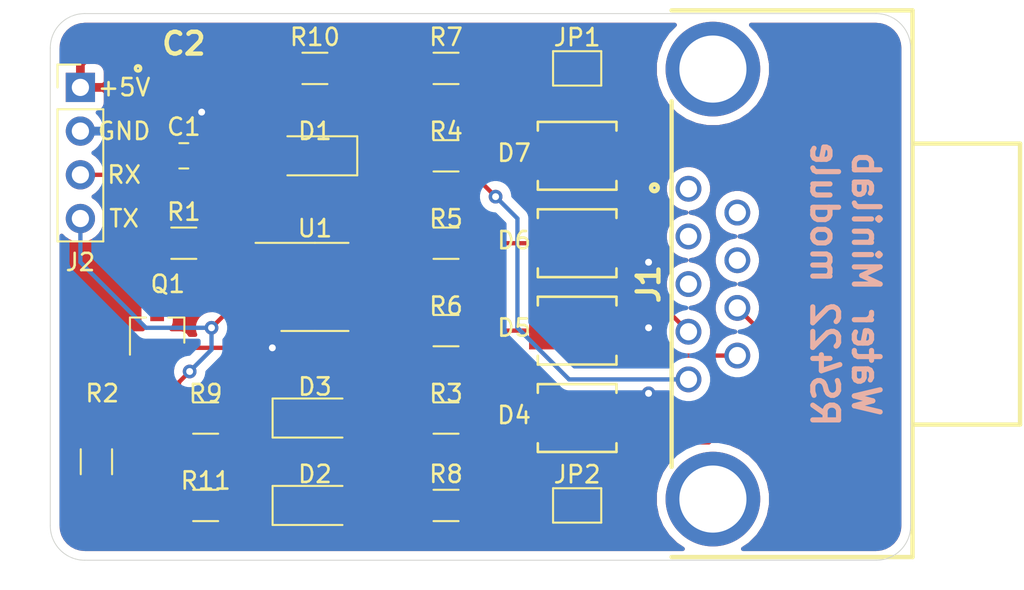
<source format=kicad_pcb>
(kicad_pcb (version 20171130) (host pcbnew "(5.1.10)-1")

  (general
    (thickness 1.6)
    (drawings 13)
    (tracks 92)
    (zones 0)
    (modules 26)
    (nets 25)
  )

  (page A4)
  (layers
    (0 F.Cu signal)
    (31 B.Cu signal)
    (32 B.Adhes user)
    (33 F.Adhes user)
    (34 B.Paste user)
    (35 F.Paste user)
    (36 B.SilkS user)
    (37 F.SilkS user)
    (38 B.Mask user)
    (39 F.Mask user)
    (40 Dwgs.User user)
    (41 Cmts.User user)
    (42 Eco1.User user)
    (43 Eco2.User user)
    (44 Edge.Cuts user)
    (45 Margin user)
    (46 B.CrtYd user)
    (47 F.CrtYd user)
    (48 B.Fab user)
    (49 F.Fab user)
  )

  (setup
    (last_trace_width 0.25)
    (trace_clearance 0.2)
    (zone_clearance 0.508)
    (zone_45_only no)
    (trace_min 0.2)
    (via_size 0.8)
    (via_drill 0.4)
    (via_min_size 0.4)
    (via_min_drill 0.3)
    (uvia_size 0.3)
    (uvia_drill 0.1)
    (uvias_allowed no)
    (uvia_min_size 0.2)
    (uvia_min_drill 0.1)
    (edge_width 0.05)
    (segment_width 0.2)
    (pcb_text_width 0.3)
    (pcb_text_size 1.5 1.5)
    (mod_edge_width 0.12)
    (mod_text_size 1 1)
    (mod_text_width 0.15)
    (pad_size 1.524 1.524)
    (pad_drill 0.762)
    (pad_to_mask_clearance 0)
    (aux_axis_origin 0 0)
    (visible_elements 7FFFFFFF)
    (pcbplotparams
      (layerselection 0x010fc_ffffffff)
      (usegerberextensions true)
      (usegerberattributes false)
      (usegerberadvancedattributes false)
      (creategerberjobfile false)
      (excludeedgelayer true)
      (linewidth 0.100000)
      (plotframeref false)
      (viasonmask false)
      (mode 1)
      (useauxorigin false)
      (hpglpennumber 1)
      (hpglpenspeed 20)
      (hpglpendiameter 15.000000)
      (psnegative false)
      (psa4output false)
      (plotreference true)
      (plotvalue false)
      (plotinvisibletext false)
      (padsonsilk false)
      (subtractmaskfromsilk true)
      (outputformat 1)
      (mirror false)
      (drillshape 0)
      (scaleselection 1)
      (outputdirectory "rs422-module-gerbers/"))
  )

  (net 0 "")
  (net 1 "Net-(D1-Pad1)")
  (net 2 "Net-(D2-Pad1)")
  (net 3 "Net-(D3-Pad1)")
  (net 4 "Net-(Q1-Pad1)")
  (net 5 "Net-(R3-Pad2)")
  (net 6 "Net-(R4-Pad2)")
  (net 7 "Net-(R5-Pad2)")
  (net 8 "Net-(R6-Pad2)")
  (net 9 "Net-(R11-Pad2)")
  (net 10 "Net-(J1-Pad1)")
  (net 11 GND)
  (net 12 +5V)
  (net 13 DSUB_RS422_Y)
  (net 14 DSUB_RS422_Z)
  (net 15 DSUB_RS422_B)
  (net 16 DSUB_RS422_A)
  (net 17 "Net-(JP1-Pad1)")
  (net 18 "Net-(JP2-Pad1)")
  (net 19 PHOTOMETER_TX)
  (net 20 PHOTOMETER_RX)
  (net 21 "Net-(J1-Pad7)")
  (net 22 "Net-(J1-Pad6)")
  (net 23 "Net-(J1-Pad3)")
  (net 24 "Net-(J1-Pad2)")

  (net_class Default "This is the default net class."
    (clearance 0.2)
    (trace_width 0.25)
    (via_dia 0.8)
    (via_drill 0.4)
    (uvia_dia 0.3)
    (uvia_drill 0.1)
    (add_net +5V)
    (add_net DSUB_RS422_A)
    (add_net DSUB_RS422_B)
    (add_net DSUB_RS422_Y)
    (add_net DSUB_RS422_Z)
    (add_net GND)
    (add_net "Net-(D1-Pad1)")
    (add_net "Net-(D2-Pad1)")
    (add_net "Net-(D3-Pad1)")
    (add_net "Net-(J1-Pad1)")
    (add_net "Net-(J1-Pad2)")
    (add_net "Net-(J1-Pad3)")
    (add_net "Net-(J1-Pad6)")
    (add_net "Net-(J1-Pad7)")
    (add_net "Net-(JP1-Pad1)")
    (add_net "Net-(JP2-Pad1)")
    (add_net "Net-(Q1-Pad1)")
    (add_net "Net-(R11-Pad2)")
    (add_net "Net-(R3-Pad2)")
    (add_net "Net-(R4-Pad2)")
    (add_net "Net-(R5-Pad2)")
    (add_net "Net-(R6-Pad2)")
    (add_net PHOTOMETER_RX)
    (add_net PHOTOMETER_TX)
  )

  (module Jumper:SolderJumper-2_P1.3mm_Open_TrianglePad1.0x1.5mm (layer F.Cu) (tedit 5A64794F) (tstamp 633DDECA)
    (at 60.62 58.585)
    (descr "SMD Solder Jumper, 1x1.5mm Triangular Pads, 0.3mm gap, open")
    (tags "solder jumper open")
    (path /633E0B47)
    (attr virtual)
    (fp_text reference JP2 (at 0 -1.8) (layer F.SilkS)
      (effects (font (size 1 1) (thickness 0.15)))
    )
    (fp_text value Jumper (at 0 1.9) (layer F.Fab)
      (effects (font (size 1 1) (thickness 0.15)))
    )
    (fp_line (start -1.4 1) (end -1.4 -1) (layer F.SilkS) (width 0.12))
    (fp_line (start 1.4 1) (end -1.4 1) (layer F.SilkS) (width 0.12))
    (fp_line (start 1.4 -1) (end 1.4 1) (layer F.SilkS) (width 0.12))
    (fp_line (start -1.4 -1) (end 1.4 -1) (layer F.SilkS) (width 0.12))
    (fp_line (start -1.65 -1.25) (end 1.65 -1.25) (layer F.CrtYd) (width 0.05))
    (fp_line (start -1.65 -1.25) (end -1.65 1.25) (layer F.CrtYd) (width 0.05))
    (fp_line (start 1.65 1.25) (end 1.65 -1.25) (layer F.CrtYd) (width 0.05))
    (fp_line (start 1.65 1.25) (end -1.65 1.25) (layer F.CrtYd) (width 0.05))
    (pad 1 smd custom (at -0.725 0) (size 0.3 0.3) (layers F.Cu F.Mask)
      (net 18 "Net-(JP2-Pad1)") (zone_connect 2)
      (options (clearance outline) (anchor rect))
      (primitives
        (gr_poly (pts
           (xy -0.5 -0.75) (xy 0.5 -0.75) (xy 1 0) (xy 0.5 0.75) (xy -0.5 0.75)
) (width 0))
      ))
    (pad 2 smd custom (at 0.725 0) (size 0.3 0.3) (layers F.Cu F.Mask)
      (net 13 DSUB_RS422_Y) (zone_connect 2)
      (options (clearance outline) (anchor rect))
      (primitives
        (gr_poly (pts
           (xy -0.65 -0.75) (xy 0.5 -0.75) (xy 0.5 0.75) (xy -0.65 0.75) (xy -0.15 0)
) (width 0))
      ))
  )

  (module Jumper:SolderJumper-2_P1.3mm_Open_TrianglePad1.0x1.5mm (layer F.Cu) (tedit 5A64794F) (tstamp 633DDEBC)
    (at 60.62 33.185)
    (descr "SMD Solder Jumper, 1x1.5mm Triangular Pads, 0.3mm gap, open")
    (tags "solder jumper open")
    (path /633DE738)
    (attr virtual)
    (fp_text reference JP1 (at 0 -1.8) (layer F.SilkS)
      (effects (font (size 1 1) (thickness 0.15)))
    )
    (fp_text value Jumper (at 0 1.9) (layer F.Fab)
      (effects (font (size 1 1) (thickness 0.15)))
    )
    (fp_line (start -1.4 1) (end -1.4 -1) (layer F.SilkS) (width 0.12))
    (fp_line (start 1.4 1) (end -1.4 1) (layer F.SilkS) (width 0.12))
    (fp_line (start 1.4 -1) (end 1.4 1) (layer F.SilkS) (width 0.12))
    (fp_line (start -1.4 -1) (end 1.4 -1) (layer F.SilkS) (width 0.12))
    (fp_line (start -1.65 -1.25) (end 1.65 -1.25) (layer F.CrtYd) (width 0.05))
    (fp_line (start -1.65 -1.25) (end -1.65 1.25) (layer F.CrtYd) (width 0.05))
    (fp_line (start 1.65 1.25) (end 1.65 -1.25) (layer F.CrtYd) (width 0.05))
    (fp_line (start 1.65 1.25) (end -1.65 1.25) (layer F.CrtYd) (width 0.05))
    (pad 1 smd custom (at -0.725 0) (size 0.3 0.3) (layers F.Cu F.Mask)
      (net 17 "Net-(JP1-Pad1)") (zone_connect 2)
      (options (clearance outline) (anchor rect))
      (primitives
        (gr_poly (pts
           (xy -0.5 -0.75) (xy 0.5 -0.75) (xy 1 0) (xy 0.5 0.75) (xy -0.5 0.75)
) (width 0))
      ))
    (pad 2 smd custom (at 0.725 0) (size 0.3 0.3) (layers F.Cu F.Mask)
      (net 16 DSUB_RS422_A) (zone_connect 2)
      (options (clearance outline) (anchor rect))
      (primitives
        (gr_poly (pts
           (xy -0.65 -0.75) (xy 0.5 -0.75) (xy 0.5 0.75) (xy -0.65 0.75) (xy -0.15 0)
) (width 0))
      ))
  )

  (module SMBJ5.0CA-E3_52:SMBJ5.0CA-E3_52 (layer F.Cu) (tedit 5EF171C6) (tstamp 633DDDD0)
    (at 60.62 38.265)
    (path /633E7480)
    (fp_text reference D7 (at -4.74 -0.165) (layer F.SilkS)
      (effects (font (size 1 1) (thickness 0.15)) (justify left))
    )
    (fp_text value SMBJ5.0CA-E3_52 (at 0 0) (layer F.SilkS) hide
      (effects (font (size 1.27 1.27) (thickness 0.15)))
    )
    (fp_line (start -2.285 -1.4672) (end -2.285 -1.97) (layer F.SilkS) (width 0.15))
    (fp_line (start -2.285 1.97) (end -2.285 1.4672) (layer F.SilkS) (width 0.15))
    (fp_line (start -2.285 1.97) (end 2.285 1.97) (layer F.SilkS) (width 0.15))
    (fp_line (start 2.285 -1.4672) (end 2.285 -1.97) (layer F.SilkS) (width 0.15))
    (fp_line (start 2.285 1.97) (end 2.285 1.4672) (layer F.SilkS) (width 0.15))
    (fp_line (start -2.285 -1.97) (end 2.285 -1.97) (layer F.SilkS) (width 0.15))
    (fp_line (start 2.819 1.995) (end 2.819 -1.995) (layer F.CrtYd) (width 0.15))
    (fp_line (start -2.819 1.995) (end 2.819 1.995) (layer F.CrtYd) (width 0.15))
    (fp_line (start -2.819 -1.995) (end -2.819 1.995) (layer F.CrtYd) (width 0.15))
    (fp_line (start 2.819 -1.995) (end -2.819 -1.995) (layer F.CrtYd) (width 0.15))
    (fp_line (start 2.819 -1.995) (end 2.819 -1.995) (layer F.CrtYd) (width 0.15))
    (fp_line (start 2.285 1.97) (end -2.285 1.97) (layer F.Fab) (width 0.15))
    (fp_line (start 2.285 -1.97) (end 2.285 1.97) (layer F.Fab) (width 0.15))
    (fp_line (start -2.285 -1.97) (end 2.285 -1.97) (layer F.Fab) (width 0.15))
    (fp_line (start -2.285 1.97) (end -2.285 -1.97) (layer F.Fab) (width 0.15))
    (pad 2 smd rect (at 1.93675 0) (size 1.7145 2.1844) (layers F.Cu F.Paste F.Mask)
      (net 11 GND))
    (pad 1 smd rect (at -1.93675 0) (size 1.7145 2.1844) (layers F.Cu F.Paste F.Mask)
      (net 16 DSUB_RS422_A))
    (model ${KIPRJMOD}/lib/SMBJ5.0CA-E3_52/SMBJ5.0CA-E3_52.step
      (at (xyz 0 0 0))
      (scale (xyz 1 1 1))
      (rotate (xyz 0 0 0))
    )
  )

  (module SMBJ5.0CA-E3_52:SMBJ5.0CA-E3_52 (layer F.Cu) (tedit 5EF171C6) (tstamp 633DDDBB)
    (at 60.62 43.345)
    (path /633E6A18)
    (fp_text reference D6 (at -4.74 -0.165) (layer F.SilkS)
      (effects (font (size 1 1) (thickness 0.15)) (justify left))
    )
    (fp_text value SMBJ5.0CA-E3_52 (at 0 0) (layer F.SilkS) hide
      (effects (font (size 1.27 1.27) (thickness 0.15)))
    )
    (fp_line (start -2.285 -1.4672) (end -2.285 -1.97) (layer F.SilkS) (width 0.15))
    (fp_line (start -2.285 1.97) (end -2.285 1.4672) (layer F.SilkS) (width 0.15))
    (fp_line (start -2.285 1.97) (end 2.285 1.97) (layer F.SilkS) (width 0.15))
    (fp_line (start 2.285 -1.4672) (end 2.285 -1.97) (layer F.SilkS) (width 0.15))
    (fp_line (start 2.285 1.97) (end 2.285 1.4672) (layer F.SilkS) (width 0.15))
    (fp_line (start -2.285 -1.97) (end 2.285 -1.97) (layer F.SilkS) (width 0.15))
    (fp_line (start 2.819 1.995) (end 2.819 -1.995) (layer F.CrtYd) (width 0.15))
    (fp_line (start -2.819 1.995) (end 2.819 1.995) (layer F.CrtYd) (width 0.15))
    (fp_line (start -2.819 -1.995) (end -2.819 1.995) (layer F.CrtYd) (width 0.15))
    (fp_line (start 2.819 -1.995) (end -2.819 -1.995) (layer F.CrtYd) (width 0.15))
    (fp_line (start 2.819 -1.995) (end 2.819 -1.995) (layer F.CrtYd) (width 0.15))
    (fp_line (start 2.285 1.97) (end -2.285 1.97) (layer F.Fab) (width 0.15))
    (fp_line (start 2.285 -1.97) (end 2.285 1.97) (layer F.Fab) (width 0.15))
    (fp_line (start -2.285 -1.97) (end 2.285 -1.97) (layer F.Fab) (width 0.15))
    (fp_line (start -2.285 1.97) (end -2.285 -1.97) (layer F.Fab) (width 0.15))
    (pad 2 smd rect (at 1.93675 0) (size 1.7145 2.1844) (layers F.Cu F.Paste F.Mask)
      (net 11 GND))
    (pad 1 smd rect (at -1.93675 0) (size 1.7145 2.1844) (layers F.Cu F.Paste F.Mask)
      (net 15 DSUB_RS422_B))
    (model ${KIPRJMOD}/lib/SMBJ5.0CA-E3_52/SMBJ5.0CA-E3_52.step
      (at (xyz 0 0 0))
      (scale (xyz 1 1 1))
      (rotate (xyz 0 0 0))
    )
  )

  (module SMBJ5.0CA-E3_52:SMBJ5.0CA-E3_52 (layer F.Cu) (tedit 5EF171C6) (tstamp 633DDDA6)
    (at 60.62 48.425)
    (path /633E6EA3)
    (fp_text reference D5 (at -4.74 -0.165) (layer F.SilkS)
      (effects (font (size 1 1) (thickness 0.15)) (justify left))
    )
    (fp_text value SMBJ5.0CA-E3_52 (at 0 0) (layer F.SilkS) hide
      (effects (font (size 1.27 1.27) (thickness 0.15)))
    )
    (fp_line (start -2.285 -1.4672) (end -2.285 -1.97) (layer F.SilkS) (width 0.15))
    (fp_line (start -2.285 1.97) (end -2.285 1.4672) (layer F.SilkS) (width 0.15))
    (fp_line (start -2.285 1.97) (end 2.285 1.97) (layer F.SilkS) (width 0.15))
    (fp_line (start 2.285 -1.4672) (end 2.285 -1.97) (layer F.SilkS) (width 0.15))
    (fp_line (start 2.285 1.97) (end 2.285 1.4672) (layer F.SilkS) (width 0.15))
    (fp_line (start -2.285 -1.97) (end 2.285 -1.97) (layer F.SilkS) (width 0.15))
    (fp_line (start 2.819 1.995) (end 2.819 -1.995) (layer F.CrtYd) (width 0.15))
    (fp_line (start -2.819 1.995) (end 2.819 1.995) (layer F.CrtYd) (width 0.15))
    (fp_line (start -2.819 -1.995) (end -2.819 1.995) (layer F.CrtYd) (width 0.15))
    (fp_line (start 2.819 -1.995) (end -2.819 -1.995) (layer F.CrtYd) (width 0.15))
    (fp_line (start 2.819 -1.995) (end 2.819 -1.995) (layer F.CrtYd) (width 0.15))
    (fp_line (start 2.285 1.97) (end -2.285 1.97) (layer F.Fab) (width 0.15))
    (fp_line (start 2.285 -1.97) (end 2.285 1.97) (layer F.Fab) (width 0.15))
    (fp_line (start -2.285 -1.97) (end 2.285 -1.97) (layer F.Fab) (width 0.15))
    (fp_line (start -2.285 1.97) (end -2.285 -1.97) (layer F.Fab) (width 0.15))
    (pad 2 smd rect (at 1.93675 0) (size 1.7145 2.1844) (layers F.Cu F.Paste F.Mask)
      (net 11 GND))
    (pad 1 smd rect (at -1.93675 0) (size 1.7145 2.1844) (layers F.Cu F.Paste F.Mask)
      (net 14 DSUB_RS422_Z))
    (model ${KIPRJMOD}/lib/SMBJ5.0CA-E3_52/SMBJ5.0CA-E3_52.step
      (at (xyz 0 0 0))
      (scale (xyz 1 1 1))
      (rotate (xyz 0 0 0))
    )
  )

  (module SMBJ5.0CA-E3_52:SMBJ5.0CA-E3_52 (layer F.Cu) (tedit 5EF171C6) (tstamp 633DD6DC)
    (at 60.62 53.505)
    (path /633E3C23)
    (fp_text reference D4 (at -4.74 -0.165) (layer F.SilkS)
      (effects (font (size 1 1) (thickness 0.15)) (justify left))
    )
    (fp_text value SMBJ5.0CA-E3_52 (at 0 0) (layer F.SilkS) hide
      (effects (font (size 1.27 1.27) (thickness 0.15)))
    )
    (fp_line (start -2.285 -1.4672) (end -2.285 -1.97) (layer F.SilkS) (width 0.15))
    (fp_line (start -2.285 1.97) (end -2.285 1.4672) (layer F.SilkS) (width 0.15))
    (fp_line (start -2.285 1.97) (end 2.285 1.97) (layer F.SilkS) (width 0.15))
    (fp_line (start 2.285 -1.4672) (end 2.285 -1.97) (layer F.SilkS) (width 0.15))
    (fp_line (start 2.285 1.97) (end 2.285 1.4672) (layer F.SilkS) (width 0.15))
    (fp_line (start -2.285 -1.97) (end 2.285 -1.97) (layer F.SilkS) (width 0.15))
    (fp_line (start 2.819 1.995) (end 2.819 -1.995) (layer F.CrtYd) (width 0.15))
    (fp_line (start -2.819 1.995) (end 2.819 1.995) (layer F.CrtYd) (width 0.15))
    (fp_line (start -2.819 -1.995) (end -2.819 1.995) (layer F.CrtYd) (width 0.15))
    (fp_line (start 2.819 -1.995) (end -2.819 -1.995) (layer F.CrtYd) (width 0.15))
    (fp_line (start 2.819 -1.995) (end 2.819 -1.995) (layer F.CrtYd) (width 0.15))
    (fp_line (start 2.285 1.97) (end -2.285 1.97) (layer F.Fab) (width 0.15))
    (fp_line (start 2.285 -1.97) (end 2.285 1.97) (layer F.Fab) (width 0.15))
    (fp_line (start -2.285 -1.97) (end 2.285 -1.97) (layer F.Fab) (width 0.15))
    (fp_line (start -2.285 1.97) (end -2.285 -1.97) (layer F.Fab) (width 0.15))
    (pad 2 smd rect (at 1.93675 0) (size 1.7145 2.1844) (layers F.Cu F.Paste F.Mask)
      (net 11 GND))
    (pad 1 smd rect (at -1.93675 0) (size 1.7145 2.1844) (layers F.Cu F.Paste F.Mask)
      (net 13 DSUB_RS422_Y))
    (model ${KIPRJMOD}/lib/SMBJ5.0CA-E3_52/SMBJ5.0CA-E3_52.step
      (at (xyz 0 0 0))
      (scale (xyz 1 1 1))
      (rotate (xyz 0 0 0))
    )
  )

  (module T491A106K010AT:T491A (layer F.Cu) (tedit 0) (tstamp 633DCFF8)
    (at 37.76 33.185)
    (descr T491A-1)
    (tags "Capacitor Polarised")
    (path /633E0A3E)
    (attr smd)
    (fp_text reference C2 (at 0 -1.435) (layer F.SilkS)
      (effects (font (size 1.27 1.27) (thickness 0.254)))
    )
    (fp_text value T491A106K010AT (at 0 0) (layer F.SilkS) hide
      (effects (font (size 1.27 1.27) (thickness 0.254)))
    )
    (fp_circle (center -2.66 0) (end -2.66 0.05) (layer F.SilkS) (width 0.2))
    (fp_line (start -3.01 1.8) (end -3.01 -1.8) (layer F.CrtYd) (width 0.05))
    (fp_line (start 3.01 1.8) (end -3.01 1.8) (layer F.CrtYd) (width 0.05))
    (fp_line (start 3.01 -1.8) (end 3.01 1.8) (layer F.CrtYd) (width 0.05))
    (fp_line (start -3.01 -1.8) (end 3.01 -1.8) (layer F.CrtYd) (width 0.05))
    (fp_line (start -1.6 0.8) (end -1.6 -0.8) (layer F.Fab) (width 0.2))
    (fp_line (start 1.6 0.8) (end -1.6 0.8) (layer F.Fab) (width 0.2))
    (fp_line (start 1.6 -0.8) (end 1.6 0.8) (layer F.Fab) (width 0.2))
    (fp_line (start -1.6 -0.8) (end 1.6 -0.8) (layer F.Fab) (width 0.2))
    (fp_text user %R (at 0 0) (layer F.Fab)
      (effects (font (size 1.27 1.27) (thickness 0.254)))
    )
    (pad 2 smd rect (at 1.31 0 90) (size 1.23 1.8) (layers F.Cu F.Paste F.Mask)
      (net 11 GND))
    (pad 1 smd rect (at -1.31 0 90) (size 1.23 1.8) (layers F.Cu F.Paste F.Mask)
      (net 12 +5V))
    (model ${KIPRJMOD}/lib/T491A106K010AT/T491A106K010AT.stp
      (offset (xyz -1.5 -1 0))
      (scale (xyz 1 1 1))
      (rotate (xyz -90 0 0))
    )
  )

  (module Connector_PinHeader_2.54mm:PinHeader_1x04_P2.54mm_Vertical (layer F.Cu) (tedit 59FED5CC) (tstamp 63362E0D)
    (at 31.75 34.29)
    (descr "Through hole straight pin header, 1x04, 2.54mm pitch, single row")
    (tags "Through hole pin header THT 1x04 2.54mm single row")
    (path /63379EEA)
    (fp_text reference J2 (at 0 10.16) (layer F.SilkS)
      (effects (font (size 1 1) (thickness 0.15)))
    )
    (fp_text value Conn_01x04 (at 0 9.95) (layer F.Fab)
      (effects (font (size 1 1) (thickness 0.15)))
    )
    (fp_line (start -0.635 -1.27) (end 1.27 -1.27) (layer F.Fab) (width 0.1))
    (fp_line (start 1.27 -1.27) (end 1.27 8.89) (layer F.Fab) (width 0.1))
    (fp_line (start 1.27 8.89) (end -1.27 8.89) (layer F.Fab) (width 0.1))
    (fp_line (start -1.27 8.89) (end -1.27 -0.635) (layer F.Fab) (width 0.1))
    (fp_line (start -1.27 -0.635) (end -0.635 -1.27) (layer F.Fab) (width 0.1))
    (fp_line (start -1.33 8.95) (end 1.33 8.95) (layer F.SilkS) (width 0.12))
    (fp_line (start -1.33 1.27) (end -1.33 8.95) (layer F.SilkS) (width 0.12))
    (fp_line (start 1.33 1.27) (end 1.33 8.95) (layer F.SilkS) (width 0.12))
    (fp_line (start -1.33 1.27) (end 1.33 1.27) (layer F.SilkS) (width 0.12))
    (fp_line (start -1.33 0) (end -1.33 -1.33) (layer F.SilkS) (width 0.12))
    (fp_line (start -1.33 -1.33) (end 0 -1.33) (layer F.SilkS) (width 0.12))
    (fp_line (start -1.8 -1.8) (end -1.8 9.4) (layer F.CrtYd) (width 0.05))
    (fp_line (start -1.8 9.4) (end 1.8 9.4) (layer F.CrtYd) (width 0.05))
    (fp_line (start 1.8 9.4) (end 1.8 -1.8) (layer F.CrtYd) (width 0.05))
    (fp_line (start 1.8 -1.8) (end -1.8 -1.8) (layer F.CrtYd) (width 0.05))
    (fp_text user %R (at 0 3.81 90) (layer F.Fab)
      (effects (font (size 1 1) (thickness 0.15)))
    )
    (pad 4 thru_hole oval (at 0 7.62) (size 1.7 1.7) (drill 1) (layers *.Cu *.Mask)
      (net 19 PHOTOMETER_TX))
    (pad 3 thru_hole oval (at 0 5.08) (size 1.7 1.7) (drill 1) (layers *.Cu *.Mask)
      (net 20 PHOTOMETER_RX))
    (pad 2 thru_hole oval (at 0 2.54) (size 1.7 1.7) (drill 1) (layers *.Cu *.Mask)
      (net 11 GND))
    (pad 1 thru_hole rect (at 0 0) (size 1.7 1.7) (drill 1) (layers *.Cu *.Mask)
      (net 12 +5V))
    (model ${KISYS3DMOD}/Connector_PinHeader_2.54mm.3dshapes/PinHeader_1x04_P2.54mm_Vertical.wrl
      (at (xyz 0 0 0))
      (scale (xyz 1 1 1))
      (rotate (xyz 0 0 0))
    )
  )

  (module DS1037_01_09FNAKSI74:DS1037_01_09FNAKSI74 (layer F.Cu) (tedit 0) (tstamp 63361BE9)
    (at 86.36 45.72 90)
    (descr DS1037-01-09FNAKSI74)
    (tags Connector)
    (path /63375B33)
    (fp_text reference J1 (at 0 -21.59 90) (layer F.SilkS)
      (effects (font (size 1.27 1.27) (thickness 0.254)))
    )
    (fp_text value DS1037-01-09FNAKSI74 (at -0.37601 -17.87401 90) (layer F.SilkS) hide
      (effects (font (size 1.27 1.27) (thickness 0.254)))
    )
    (fp_line (start -15.864 -20.25) (end 15.906 -20.25) (layer F.Fab) (width 0.254))
    (fp_line (start 15.906 -20.25) (end 15.906 -6.25) (layer F.Fab) (width 0.254))
    (fp_line (start 15.906 -6.25) (end -15.864 -6.25) (layer F.Fab) (width 0.254))
    (fp_line (start -15.864 -6.25) (end -15.864 -20.25) (layer F.Fab) (width 0.254))
    (fp_line (start -8.165 -6.25) (end -8.165 0) (layer F.Fab) (width 0.254))
    (fp_line (start -8.165 0) (end 8.165 0) (layer F.Fab) (width 0.254))
    (fp_line (start 8.165 0) (end 8.165 -6.25) (layer F.Fab) (width 0.254))
    (fp_line (start -15.864 -20.25) (end -15.864 -6.25) (layer F.SilkS) (width 0.254))
    (fp_line (start -15.864 -6.25) (end 15.906 -6.25) (layer F.SilkS) (width 0.254))
    (fp_line (start 15.906 -6.25) (end 15.906 -20.25) (layer F.SilkS) (width 0.254))
    (fp_line (start -8.165 -6.25) (end -8.165 0) (layer F.SilkS) (width 0.254))
    (fp_line (start -8.165 0) (end 8.165 0) (layer F.SilkS) (width 0.254))
    (fp_line (start 8.165 0) (end 8.165 -6.25) (layer F.SilkS) (width 0.254))
    (fp_line (start -10.623 -20.25) (end 10.623 -20.25) (layer F.SilkS) (width 0.254))
    (fp_circle (center 5.596 -21.25) (end 5.596 -21.17916) (layer F.SilkS) (width 0.254))
    (fp_text user %R (at -0.37601 -17.87401 90) (layer F.Fab)
      (effects (font (size 1.27 1.27) (thickness 0.254)))
    )
    (pad 11 thru_hole circle (at 12.495 -17.85 90) (size 5.5 5.5) (drill 3.9) (layers *.Cu *.Mask))
    (pad 10 thru_hole circle (at -12.495 -17.85 90) (size 5.5 5.5) (drill 3.9) (layers *.Cu *.Mask))
    (pad 9 thru_hole circle (at -4.155 -16.43 90) (size 1.5 1.5) (drill 1) (layers *.Cu *.Mask)
      (net 14 DSUB_RS422_Z))
    (pad 8 thru_hole circle (at -1.385 -16.43 90) (size 1.5 1.5) (drill 1) (layers *.Cu *.Mask)
      (net 13 DSUB_RS422_Y))
    (pad 7 thru_hole circle (at 1.385 -16.43 90) (size 1.5 1.5) (drill 1) (layers *.Cu *.Mask)
      (net 21 "Net-(J1-Pad7)"))
    (pad 6 thru_hole circle (at 4.155 -16.43 90) (size 1.5 1.5) (drill 1) (layers *.Cu *.Mask)
      (net 22 "Net-(J1-Pad6)"))
    (pad 5 thru_hole circle (at -5.54 -19.27 90) (size 1.5 1.5) (drill 1) (layers *.Cu *.Mask)
      (net 16 DSUB_RS422_A))
    (pad 4 thru_hole circle (at -2.77 -19.27 90) (size 1.5 1.5) (drill 1) (layers *.Cu *.Mask)
      (net 15 DSUB_RS422_B))
    (pad 3 thru_hole circle (at 0 -19.27 90) (size 1.5 1.5) (drill 1) (layers *.Cu *.Mask)
      (net 23 "Net-(J1-Pad3)"))
    (pad 2 thru_hole circle (at 2.77 -19.27 90) (size 1.5 1.5) (drill 1) (layers *.Cu *.Mask)
      (net 24 "Net-(J1-Pad2)"))
    (pad 1 thru_hole circle (at 5.54 -19.27 90) (size 1.5 1.5) (drill 1) (layers *.Cu *.Mask)
      (net 10 "Net-(J1-Pad1)"))
    (model ${KIPRJMOD}/lib/DS1037_01_09FNAKSI74/DS1037_01_09FNAKSI74.STEP
      (offset (xyz 0 18 0))
      (scale (xyz 1 1 1))
      (rotate (xyz -90 0 0))
    )
  )

  (module Package_SO:SOIC-8_3.9x4.9mm_P1.27mm (layer F.Cu) (tedit 5D9F72B1) (tstamp 63360DE8)
    (at 45.38 45.885)
    (descr "SOIC, 8 Pin (JEDEC MS-012AA, https://www.analog.com/media/en/package-pcb-resources/package/pkg_pdf/soic_narrow-r/r_8.pdf), generated with kicad-footprint-generator ipc_gullwing_generator.py")
    (tags "SOIC SO")
    (path /6335F88C)
    (attr smd)
    (fp_text reference U1 (at 0 -3.4) (layer F.SilkS)
      (effects (font (size 1 1) (thickness 0.15)))
    )
    (fp_text value MAX490E (at 0 3.4) (layer F.Fab)
      (effects (font (size 1 1) (thickness 0.15)))
    )
    (fp_line (start 3.7 -2.7) (end -3.7 -2.7) (layer F.CrtYd) (width 0.05))
    (fp_line (start 3.7 2.7) (end 3.7 -2.7) (layer F.CrtYd) (width 0.05))
    (fp_line (start -3.7 2.7) (end 3.7 2.7) (layer F.CrtYd) (width 0.05))
    (fp_line (start -3.7 -2.7) (end -3.7 2.7) (layer F.CrtYd) (width 0.05))
    (fp_line (start -1.95 -1.475) (end -0.975 -2.45) (layer F.Fab) (width 0.1))
    (fp_line (start -1.95 2.45) (end -1.95 -1.475) (layer F.Fab) (width 0.1))
    (fp_line (start 1.95 2.45) (end -1.95 2.45) (layer F.Fab) (width 0.1))
    (fp_line (start 1.95 -2.45) (end 1.95 2.45) (layer F.Fab) (width 0.1))
    (fp_line (start -0.975 -2.45) (end 1.95 -2.45) (layer F.Fab) (width 0.1))
    (fp_line (start 0 -2.56) (end -3.45 -2.56) (layer F.SilkS) (width 0.12))
    (fp_line (start 0 -2.56) (end 1.95 -2.56) (layer F.SilkS) (width 0.12))
    (fp_line (start 0 2.56) (end -1.95 2.56) (layer F.SilkS) (width 0.12))
    (fp_line (start 0 2.56) (end 1.95 2.56) (layer F.SilkS) (width 0.12))
    (fp_text user %R (at 0 0) (layer F.Fab)
      (effects (font (size 0.98 0.98) (thickness 0.15)))
    )
    (pad 8 smd roundrect (at 2.475 -1.905) (size 1.95 0.6) (layers F.Cu F.Paste F.Mask) (roundrect_rratio 0.25)
      (net 6 "Net-(R4-Pad2)"))
    (pad 7 smd roundrect (at 2.475 -0.635) (size 1.95 0.6) (layers F.Cu F.Paste F.Mask) (roundrect_rratio 0.25)
      (net 7 "Net-(R5-Pad2)"))
    (pad 6 smd roundrect (at 2.475 0.635) (size 1.95 0.6) (layers F.Cu F.Paste F.Mask) (roundrect_rratio 0.25)
      (net 8 "Net-(R6-Pad2)"))
    (pad 5 smd roundrect (at 2.475 1.905) (size 1.95 0.6) (layers F.Cu F.Paste F.Mask) (roundrect_rratio 0.25)
      (net 5 "Net-(R3-Pad2)"))
    (pad 4 smd roundrect (at -2.475 1.905) (size 1.95 0.6) (layers F.Cu F.Paste F.Mask) (roundrect_rratio 0.25)
      (net 11 GND))
    (pad 3 smd roundrect (at -2.475 0.635) (size 1.95 0.6) (layers F.Cu F.Paste F.Mask) (roundrect_rratio 0.25)
      (net 19 PHOTOMETER_TX))
    (pad 2 smd roundrect (at -2.475 -0.635) (size 1.95 0.6) (layers F.Cu F.Paste F.Mask) (roundrect_rratio 0.25)
      (net 9 "Net-(R11-Pad2)"))
    (pad 1 smd roundrect (at -2.475 -1.905) (size 1.95 0.6) (layers F.Cu F.Paste F.Mask) (roundrect_rratio 0.25)
      (net 12 +5V))
    (model ${KISYS3DMOD}/Package_SO.3dshapes/SOIC-8_3.9x4.9mm_P1.27mm.wrl
      (at (xyz 0 0 0))
      (scale (xyz 1 1 1))
      (rotate (xyz 0 0 0))
    )
  )

  (module Resistor_SMD:R_1206_3216Metric_Pad1.30x1.75mm_HandSolder (layer F.Cu) (tedit 5F68FEEE) (tstamp 6335FE16)
    (at 39.03 58.585 180)
    (descr "Resistor SMD 1206 (3216 Metric), square (rectangular) end terminal, IPC_7351 nominal with elongated pad for handsoldering. (Body size source: IPC-SM-782 page 72, https://www.pcb-3d.com/wordpress/wp-content/uploads/ipc-sm-782a_amendment_1_and_2.pdf), generated with kicad-footprint-generator")
    (tags "resistor handsolder")
    (path /6336690A)
    (attr smd)
    (fp_text reference R11 (at 0 1.435) (layer F.SilkS)
      (effects (font (size 1 1) (thickness 0.15)))
    )
    (fp_text value 1k (at 0 1.82) (layer F.Fab)
      (effects (font (size 1 1) (thickness 0.15)))
    )
    (fp_line (start 2.45 1.12) (end -2.45 1.12) (layer F.CrtYd) (width 0.05))
    (fp_line (start 2.45 -1.12) (end 2.45 1.12) (layer F.CrtYd) (width 0.05))
    (fp_line (start -2.45 -1.12) (end 2.45 -1.12) (layer F.CrtYd) (width 0.05))
    (fp_line (start -2.45 1.12) (end -2.45 -1.12) (layer F.CrtYd) (width 0.05))
    (fp_line (start -0.727064 0.91) (end 0.727064 0.91) (layer F.SilkS) (width 0.12))
    (fp_line (start -0.727064 -0.91) (end 0.727064 -0.91) (layer F.SilkS) (width 0.12))
    (fp_line (start 1.6 0.8) (end -1.6 0.8) (layer F.Fab) (width 0.1))
    (fp_line (start 1.6 -0.8) (end 1.6 0.8) (layer F.Fab) (width 0.1))
    (fp_line (start -1.6 -0.8) (end 1.6 -0.8) (layer F.Fab) (width 0.1))
    (fp_line (start -1.6 0.8) (end -1.6 -0.8) (layer F.Fab) (width 0.1))
    (fp_text user %R (at 0 0) (layer F.Fab)
      (effects (font (size 0.8 0.8) (thickness 0.12)))
    )
    (pad 2 smd roundrect (at 1.55 0 180) (size 1.3 1.75) (layers F.Cu F.Paste F.Mask) (roundrect_rratio 0.1923076923076923)
      (net 9 "Net-(R11-Pad2)"))
    (pad 1 smd roundrect (at -1.55 0 180) (size 1.3 1.75) (layers F.Cu F.Paste F.Mask) (roundrect_rratio 0.1923076923076923)
      (net 2 "Net-(D2-Pad1)"))
    (model ${KISYS3DMOD}/Resistor_SMD.3dshapes/R_1206_3216Metric.wrl
      (at (xyz 0 0 0))
      (scale (xyz 1 1 1))
      (rotate (xyz 0 0 0))
    )
  )

  (module Resistor_SMD:R_1206_3216Metric_Pad1.30x1.75mm_HandSolder (layer F.Cu) (tedit 5F68FEEE) (tstamp 6335FE05)
    (at 45.38 33.185 180)
    (descr "Resistor SMD 1206 (3216 Metric), square (rectangular) end terminal, IPC_7351 nominal with elongated pad for handsoldering. (Body size source: IPC-SM-782 page 72, https://www.pcb-3d.com/wordpress/wp-content/uploads/ipc-sm-782a_amendment_1_and_2.pdf), generated with kicad-footprint-generator")
    (tags "resistor handsolder")
    (path /6336332F)
    (attr smd)
    (fp_text reference R10 (at 0 1.82) (layer F.SilkS)
      (effects (font (size 1 1) (thickness 0.15)))
    )
    (fp_text value 1k (at 0 1.82) (layer F.Fab)
      (effects (font (size 1 1) (thickness 0.15)))
    )
    (fp_line (start 2.45 1.12) (end -2.45 1.12) (layer F.CrtYd) (width 0.05))
    (fp_line (start 2.45 -1.12) (end 2.45 1.12) (layer F.CrtYd) (width 0.05))
    (fp_line (start -2.45 -1.12) (end 2.45 -1.12) (layer F.CrtYd) (width 0.05))
    (fp_line (start -2.45 1.12) (end -2.45 -1.12) (layer F.CrtYd) (width 0.05))
    (fp_line (start -0.727064 0.91) (end 0.727064 0.91) (layer F.SilkS) (width 0.12))
    (fp_line (start -0.727064 -0.91) (end 0.727064 -0.91) (layer F.SilkS) (width 0.12))
    (fp_line (start 1.6 0.8) (end -1.6 0.8) (layer F.Fab) (width 0.1))
    (fp_line (start 1.6 -0.8) (end 1.6 0.8) (layer F.Fab) (width 0.1))
    (fp_line (start -1.6 -0.8) (end 1.6 -0.8) (layer F.Fab) (width 0.1))
    (fp_line (start -1.6 0.8) (end -1.6 -0.8) (layer F.Fab) (width 0.1))
    (fp_text user %R (at 0 0) (layer F.Fab)
      (effects (font (size 0.8 0.8) (thickness 0.12)))
    )
    (pad 2 smd roundrect (at 1.55 0 180) (size 1.3 1.75) (layers F.Cu F.Paste F.Mask) (roundrect_rratio 0.1923076923076923)
      (net 11 GND))
    (pad 1 smd roundrect (at -1.55 0 180) (size 1.3 1.75) (layers F.Cu F.Paste F.Mask) (roundrect_rratio 0.1923076923076923)
      (net 1 "Net-(D1-Pad1)"))
    (model ${KISYS3DMOD}/Resistor_SMD.3dshapes/R_1206_3216Metric.wrl
      (at (xyz 0 0 0))
      (scale (xyz 1 1 1))
      (rotate (xyz 0 0 0))
    )
  )

  (module Resistor_SMD:R_1206_3216Metric_Pad1.30x1.75mm_HandSolder (layer F.Cu) (tedit 5F68FEEE) (tstamp 6335FDF4)
    (at 39.03 53.505 180)
    (descr "Resistor SMD 1206 (3216 Metric), square (rectangular) end terminal, IPC_7351 nominal with elongated pad for handsoldering. (Body size source: IPC-SM-782 page 72, https://www.pcb-3d.com/wordpress/wp-content/uploads/ipc-sm-782a_amendment_1_and_2.pdf), generated with kicad-footprint-generator")
    (tags "resistor handsolder")
    (path /63366B86)
    (attr smd)
    (fp_text reference R9 (at 0 1.435) (layer F.SilkS)
      (effects (font (size 1 1) (thickness 0.15)))
    )
    (fp_text value 1k (at 0 1.82) (layer F.Fab)
      (effects (font (size 1 1) (thickness 0.15)))
    )
    (fp_line (start 2.45 1.12) (end -2.45 1.12) (layer F.CrtYd) (width 0.05))
    (fp_line (start 2.45 -1.12) (end 2.45 1.12) (layer F.CrtYd) (width 0.05))
    (fp_line (start -2.45 -1.12) (end 2.45 -1.12) (layer F.CrtYd) (width 0.05))
    (fp_line (start -2.45 1.12) (end -2.45 -1.12) (layer F.CrtYd) (width 0.05))
    (fp_line (start -0.727064 0.91) (end 0.727064 0.91) (layer F.SilkS) (width 0.12))
    (fp_line (start -0.727064 -0.91) (end 0.727064 -0.91) (layer F.SilkS) (width 0.12))
    (fp_line (start 1.6 0.8) (end -1.6 0.8) (layer F.Fab) (width 0.1))
    (fp_line (start 1.6 -0.8) (end 1.6 0.8) (layer F.Fab) (width 0.1))
    (fp_line (start -1.6 -0.8) (end 1.6 -0.8) (layer F.Fab) (width 0.1))
    (fp_line (start -1.6 0.8) (end -1.6 -0.8) (layer F.Fab) (width 0.1))
    (fp_text user %R (at 0 0) (layer F.Fab)
      (effects (font (size 0.8 0.8) (thickness 0.12)))
    )
    (pad 2 smd roundrect (at 1.55 0 180) (size 1.3 1.75) (layers F.Cu F.Paste F.Mask) (roundrect_rratio 0.1923076923076923)
      (net 19 PHOTOMETER_TX))
    (pad 1 smd roundrect (at -1.55 0 180) (size 1.3 1.75) (layers F.Cu F.Paste F.Mask) (roundrect_rratio 0.1923076923076923)
      (net 3 "Net-(D3-Pad1)"))
    (model ${KISYS3DMOD}/Resistor_SMD.3dshapes/R_1206_3216Metric.wrl
      (at (xyz 0 0 0))
      (scale (xyz 1 1 1))
      (rotate (xyz 0 0 0))
    )
  )

  (module Resistor_SMD:R_1206_3216Metric_Pad1.30x1.75mm_HandSolder (layer F.Cu) (tedit 5F68FEEE) (tstamp 6335FDE3)
    (at 53 58.585)
    (descr "Resistor SMD 1206 (3216 Metric), square (rectangular) end terminal, IPC_7351 nominal with elongated pad for handsoldering. (Body size source: IPC-SM-782 page 72, https://www.pcb-3d.com/wordpress/wp-content/uploads/ipc-sm-782a_amendment_1_and_2.pdf), generated with kicad-footprint-generator")
    (tags "resistor handsolder")
    (path /63368B9E)
    (attr smd)
    (fp_text reference R8 (at 0 -1.82) (layer F.SilkS)
      (effects (font (size 1 1) (thickness 0.15)))
    )
    (fp_text value 120 (at 0 1.82) (layer F.Fab)
      (effects (font (size 1 1) (thickness 0.15)))
    )
    (fp_line (start 2.45 1.12) (end -2.45 1.12) (layer F.CrtYd) (width 0.05))
    (fp_line (start 2.45 -1.12) (end 2.45 1.12) (layer F.CrtYd) (width 0.05))
    (fp_line (start -2.45 -1.12) (end 2.45 -1.12) (layer F.CrtYd) (width 0.05))
    (fp_line (start -2.45 1.12) (end -2.45 -1.12) (layer F.CrtYd) (width 0.05))
    (fp_line (start -0.727064 0.91) (end 0.727064 0.91) (layer F.SilkS) (width 0.12))
    (fp_line (start -0.727064 -0.91) (end 0.727064 -0.91) (layer F.SilkS) (width 0.12))
    (fp_line (start 1.6 0.8) (end -1.6 0.8) (layer F.Fab) (width 0.1))
    (fp_line (start 1.6 -0.8) (end 1.6 0.8) (layer F.Fab) (width 0.1))
    (fp_line (start -1.6 -0.8) (end 1.6 -0.8) (layer F.Fab) (width 0.1))
    (fp_line (start -1.6 0.8) (end -1.6 -0.8) (layer F.Fab) (width 0.1))
    (fp_text user %R (at 0 0) (layer F.Fab)
      (effects (font (size 0.8 0.8) (thickness 0.12)))
    )
    (pad 2 smd roundrect (at 1.55 0) (size 1.3 1.75) (layers F.Cu F.Paste F.Mask) (roundrect_rratio 0.1923076923076923)
      (net 18 "Net-(JP2-Pad1)"))
    (pad 1 smd roundrect (at -1.55 0) (size 1.3 1.75) (layers F.Cu F.Paste F.Mask) (roundrect_rratio 0.1923076923076923)
      (net 14 DSUB_RS422_Z))
    (model ${KISYS3DMOD}/Resistor_SMD.3dshapes/R_1206_3216Metric.wrl
      (at (xyz 0 0 0))
      (scale (xyz 1 1 1))
      (rotate (xyz 0 0 0))
    )
  )

  (module Resistor_SMD:R_1206_3216Metric_Pad1.30x1.75mm_HandSolder (layer F.Cu) (tedit 5F68FEEE) (tstamp 6335FDD2)
    (at 53 33.185)
    (descr "Resistor SMD 1206 (3216 Metric), square (rectangular) end terminal, IPC_7351 nominal with elongated pad for handsoldering. (Body size source: IPC-SM-782 page 72, https://www.pcb-3d.com/wordpress/wp-content/uploads/ipc-sm-782a_amendment_1_and_2.pdf), generated with kicad-footprint-generator")
    (tags "resistor handsolder")
    (path /63362312)
    (attr smd)
    (fp_text reference R7 (at 0 -1.82) (layer F.SilkS)
      (effects (font (size 1 1) (thickness 0.15)))
    )
    (fp_text value 120 (at 0 1.82) (layer F.Fab)
      (effects (font (size 1 1) (thickness 0.15)))
    )
    (fp_line (start 2.45 1.12) (end -2.45 1.12) (layer F.CrtYd) (width 0.05))
    (fp_line (start 2.45 -1.12) (end 2.45 1.12) (layer F.CrtYd) (width 0.05))
    (fp_line (start -2.45 -1.12) (end 2.45 -1.12) (layer F.CrtYd) (width 0.05))
    (fp_line (start -2.45 1.12) (end -2.45 -1.12) (layer F.CrtYd) (width 0.05))
    (fp_line (start -0.727064 0.91) (end 0.727064 0.91) (layer F.SilkS) (width 0.12))
    (fp_line (start -0.727064 -0.91) (end 0.727064 -0.91) (layer F.SilkS) (width 0.12))
    (fp_line (start 1.6 0.8) (end -1.6 0.8) (layer F.Fab) (width 0.1))
    (fp_line (start 1.6 -0.8) (end 1.6 0.8) (layer F.Fab) (width 0.1))
    (fp_line (start -1.6 -0.8) (end 1.6 -0.8) (layer F.Fab) (width 0.1))
    (fp_line (start -1.6 0.8) (end -1.6 -0.8) (layer F.Fab) (width 0.1))
    (fp_text user %R (at 0 0) (layer F.Fab)
      (effects (font (size 0.8 0.8) (thickness 0.12)))
    )
    (pad 2 smd roundrect (at 1.55 0) (size 1.3 1.75) (layers F.Cu F.Paste F.Mask) (roundrect_rratio 0.1923076923076923)
      (net 17 "Net-(JP1-Pad1)"))
    (pad 1 smd roundrect (at -1.55 0) (size 1.3 1.75) (layers F.Cu F.Paste F.Mask) (roundrect_rratio 0.1923076923076923)
      (net 15 DSUB_RS422_B))
    (model ${KISYS3DMOD}/Resistor_SMD.3dshapes/R_1206_3216Metric.wrl
      (at (xyz 0 0 0))
      (scale (xyz 1 1 1))
      (rotate (xyz 0 0 0))
    )
  )

  (module Resistor_SMD:R_1206_3216Metric_Pad1.30x1.75mm_HandSolder (layer F.Cu) (tedit 5F68FEEE) (tstamp 6335FDC1)
    (at 53 48.425 180)
    (descr "Resistor SMD 1206 (3216 Metric), square (rectangular) end terminal, IPC_7351 nominal with elongated pad for handsoldering. (Body size source: IPC-SM-782 page 72, https://www.pcb-3d.com/wordpress/wp-content/uploads/ipc-sm-782a_amendment_1_and_2.pdf), generated with kicad-footprint-generator")
    (tags "resistor handsolder")
    (path /63368613)
    (attr smd)
    (fp_text reference R6 (at 0 1.435) (layer F.SilkS)
      (effects (font (size 1 1) (thickness 0.15)))
    )
    (fp_text value 10 (at 0 1.82) (layer F.Fab)
      (effects (font (size 1 1) (thickness 0.15)))
    )
    (fp_line (start 2.45 1.12) (end -2.45 1.12) (layer F.CrtYd) (width 0.05))
    (fp_line (start 2.45 -1.12) (end 2.45 1.12) (layer F.CrtYd) (width 0.05))
    (fp_line (start -2.45 -1.12) (end 2.45 -1.12) (layer F.CrtYd) (width 0.05))
    (fp_line (start -2.45 1.12) (end -2.45 -1.12) (layer F.CrtYd) (width 0.05))
    (fp_line (start -0.727064 0.91) (end 0.727064 0.91) (layer F.SilkS) (width 0.12))
    (fp_line (start -0.727064 -0.91) (end 0.727064 -0.91) (layer F.SilkS) (width 0.12))
    (fp_line (start 1.6 0.8) (end -1.6 0.8) (layer F.Fab) (width 0.1))
    (fp_line (start 1.6 -0.8) (end 1.6 0.8) (layer F.Fab) (width 0.1))
    (fp_line (start -1.6 -0.8) (end 1.6 -0.8) (layer F.Fab) (width 0.1))
    (fp_line (start -1.6 0.8) (end -1.6 -0.8) (layer F.Fab) (width 0.1))
    (fp_text user %R (at 0 0) (layer F.Fab)
      (effects (font (size 0.8 0.8) (thickness 0.12)))
    )
    (pad 2 smd roundrect (at 1.55 0 180) (size 1.3 1.75) (layers F.Cu F.Paste F.Mask) (roundrect_rratio 0.1923076923076923)
      (net 8 "Net-(R6-Pad2)"))
    (pad 1 smd roundrect (at -1.55 0 180) (size 1.3 1.75) (layers F.Cu F.Paste F.Mask) (roundrect_rratio 0.1923076923076923)
      (net 14 DSUB_RS422_Z))
    (model ${KISYS3DMOD}/Resistor_SMD.3dshapes/R_1206_3216Metric.wrl
      (at (xyz 0 0 0))
      (scale (xyz 1 1 1))
      (rotate (xyz 0 0 0))
    )
  )

  (module Resistor_SMD:R_1206_3216Metric_Pad1.30x1.75mm_HandSolder (layer F.Cu) (tedit 5F68FEEE) (tstamp 6335FDB0)
    (at 53 43.345 180)
    (descr "Resistor SMD 1206 (3216 Metric), square (rectangular) end terminal, IPC_7351 nominal with elongated pad for handsoldering. (Body size source: IPC-SM-782 page 72, https://www.pcb-3d.com/wordpress/wp-content/uploads/ipc-sm-782a_amendment_1_and_2.pdf), generated with kicad-footprint-generator")
    (tags "resistor handsolder")
    (path /6336846C)
    (attr smd)
    (fp_text reference R5 (at 0 1.435) (layer F.SilkS)
      (effects (font (size 1 1) (thickness 0.15)))
    )
    (fp_text value 10 (at 0 1.82) (layer F.Fab)
      (effects (font (size 1 1) (thickness 0.15)))
    )
    (fp_line (start 2.45 1.12) (end -2.45 1.12) (layer F.CrtYd) (width 0.05))
    (fp_line (start 2.45 -1.12) (end 2.45 1.12) (layer F.CrtYd) (width 0.05))
    (fp_line (start -2.45 -1.12) (end 2.45 -1.12) (layer F.CrtYd) (width 0.05))
    (fp_line (start -2.45 1.12) (end -2.45 -1.12) (layer F.CrtYd) (width 0.05))
    (fp_line (start -0.727064 0.91) (end 0.727064 0.91) (layer F.SilkS) (width 0.12))
    (fp_line (start -0.727064 -0.91) (end 0.727064 -0.91) (layer F.SilkS) (width 0.12))
    (fp_line (start 1.6 0.8) (end -1.6 0.8) (layer F.Fab) (width 0.1))
    (fp_line (start 1.6 -0.8) (end 1.6 0.8) (layer F.Fab) (width 0.1))
    (fp_line (start -1.6 -0.8) (end 1.6 -0.8) (layer F.Fab) (width 0.1))
    (fp_line (start -1.6 0.8) (end -1.6 -0.8) (layer F.Fab) (width 0.1))
    (fp_text user %R (at 0 0) (layer F.Fab)
      (effects (font (size 0.8 0.8) (thickness 0.12)))
    )
    (pad 2 smd roundrect (at 1.55 0 180) (size 1.3 1.75) (layers F.Cu F.Paste F.Mask) (roundrect_rratio 0.1923076923076923)
      (net 7 "Net-(R5-Pad2)"))
    (pad 1 smd roundrect (at -1.55 0 180) (size 1.3 1.75) (layers F.Cu F.Paste F.Mask) (roundrect_rratio 0.1923076923076923)
      (net 15 DSUB_RS422_B))
    (model ${KISYS3DMOD}/Resistor_SMD.3dshapes/R_1206_3216Metric.wrl
      (at (xyz 0 0 0))
      (scale (xyz 1 1 1))
      (rotate (xyz 0 0 0))
    )
  )

  (module Resistor_SMD:R_1206_3216Metric_Pad1.30x1.75mm_HandSolder (layer F.Cu) (tedit 5F68FEEE) (tstamp 6335FD9F)
    (at 53 38.265 180)
    (descr "Resistor SMD 1206 (3216 Metric), square (rectangular) end terminal, IPC_7351 nominal with elongated pad for handsoldering. (Body size source: IPC-SM-782 page 72, https://www.pcb-3d.com/wordpress/wp-content/uploads/ipc-sm-782a_amendment_1_and_2.pdf), generated with kicad-footprint-generator")
    (tags "resistor handsolder")
    (path /633602B8)
    (attr smd)
    (fp_text reference R4 (at 0 1.435) (layer F.SilkS)
      (effects (font (size 1 1) (thickness 0.15)))
    )
    (fp_text value 10 (at 0 1.82) (layer F.Fab)
      (effects (font (size 1 1) (thickness 0.15)))
    )
    (fp_line (start 2.45 1.12) (end -2.45 1.12) (layer F.CrtYd) (width 0.05))
    (fp_line (start 2.45 -1.12) (end 2.45 1.12) (layer F.CrtYd) (width 0.05))
    (fp_line (start -2.45 -1.12) (end 2.45 -1.12) (layer F.CrtYd) (width 0.05))
    (fp_line (start -2.45 1.12) (end -2.45 -1.12) (layer F.CrtYd) (width 0.05))
    (fp_line (start -0.727064 0.91) (end 0.727064 0.91) (layer F.SilkS) (width 0.12))
    (fp_line (start -0.727064 -0.91) (end 0.727064 -0.91) (layer F.SilkS) (width 0.12))
    (fp_line (start 1.6 0.8) (end -1.6 0.8) (layer F.Fab) (width 0.1))
    (fp_line (start 1.6 -0.8) (end 1.6 0.8) (layer F.Fab) (width 0.1))
    (fp_line (start -1.6 -0.8) (end 1.6 -0.8) (layer F.Fab) (width 0.1))
    (fp_line (start -1.6 0.8) (end -1.6 -0.8) (layer F.Fab) (width 0.1))
    (fp_text user %R (at 0 0) (layer F.Fab)
      (effects (font (size 0.8 0.8) (thickness 0.12)))
    )
    (pad 2 smd roundrect (at 1.55 0 180) (size 1.3 1.75) (layers F.Cu F.Paste F.Mask) (roundrect_rratio 0.1923076923076923)
      (net 6 "Net-(R4-Pad2)"))
    (pad 1 smd roundrect (at -1.55 0 180) (size 1.3 1.75) (layers F.Cu F.Paste F.Mask) (roundrect_rratio 0.1923076923076923)
      (net 16 DSUB_RS422_A))
    (model ${KISYS3DMOD}/Resistor_SMD.3dshapes/R_1206_3216Metric.wrl
      (at (xyz 0 0 0))
      (scale (xyz 1 1 1))
      (rotate (xyz 0 0 0))
    )
  )

  (module Resistor_SMD:R_1206_3216Metric_Pad1.30x1.75mm_HandSolder (layer F.Cu) (tedit 5F68FEEE) (tstamp 6335FD8E)
    (at 53 53.505 180)
    (descr "Resistor SMD 1206 (3216 Metric), square (rectangular) end terminal, IPC_7351 nominal with elongated pad for handsoldering. (Body size source: IPC-SM-782 page 72, https://www.pcb-3d.com/wordpress/wp-content/uploads/ipc-sm-782a_amendment_1_and_2.pdf), generated with kicad-footprint-generator")
    (tags "resistor handsolder")
    (path /63368884)
    (attr smd)
    (fp_text reference R3 (at 0 1.435) (layer F.SilkS)
      (effects (font (size 1 1) (thickness 0.15)))
    )
    (fp_text value 10 (at 0 1.82) (layer F.Fab)
      (effects (font (size 1 1) (thickness 0.15)))
    )
    (fp_line (start 2.45 1.12) (end -2.45 1.12) (layer F.CrtYd) (width 0.05))
    (fp_line (start 2.45 -1.12) (end 2.45 1.12) (layer F.CrtYd) (width 0.05))
    (fp_line (start -2.45 -1.12) (end 2.45 -1.12) (layer F.CrtYd) (width 0.05))
    (fp_line (start -2.45 1.12) (end -2.45 -1.12) (layer F.CrtYd) (width 0.05))
    (fp_line (start -0.727064 0.91) (end 0.727064 0.91) (layer F.SilkS) (width 0.12))
    (fp_line (start -0.727064 -0.91) (end 0.727064 -0.91) (layer F.SilkS) (width 0.12))
    (fp_line (start 1.6 0.8) (end -1.6 0.8) (layer F.Fab) (width 0.1))
    (fp_line (start 1.6 -0.8) (end 1.6 0.8) (layer F.Fab) (width 0.1))
    (fp_line (start -1.6 -0.8) (end 1.6 -0.8) (layer F.Fab) (width 0.1))
    (fp_line (start -1.6 0.8) (end -1.6 -0.8) (layer F.Fab) (width 0.1))
    (fp_text user %R (at 0 0) (layer F.Fab)
      (effects (font (size 0.8 0.8) (thickness 0.12)))
    )
    (pad 2 smd roundrect (at 1.55 0 180) (size 1.3 1.75) (layers F.Cu F.Paste F.Mask) (roundrect_rratio 0.1923076923076923)
      (net 5 "Net-(R3-Pad2)"))
    (pad 1 smd roundrect (at -1.55 0 180) (size 1.3 1.75) (layers F.Cu F.Paste F.Mask) (roundrect_rratio 0.1923076923076923)
      (net 13 DSUB_RS422_Y))
    (model ${KISYS3DMOD}/Resistor_SMD.3dshapes/R_1206_3216Metric.wrl
      (at (xyz 0 0 0))
      (scale (xyz 1 1 1))
      (rotate (xyz 0 0 0))
    )
  )

  (module Resistor_SMD:R_1206_3216Metric_Pad1.30x1.75mm_HandSolder (layer F.Cu) (tedit 5F68FEEE) (tstamp 6335FD7D)
    (at 32.68 56.045 270)
    (descr "Resistor SMD 1206 (3216 Metric), square (rectangular) end terminal, IPC_7351 nominal with elongated pad for handsoldering. (Body size source: IPC-SM-782 page 72, https://www.pcb-3d.com/wordpress/wp-content/uploads/ipc-sm-782a_amendment_1_and_2.pdf), generated with kicad-footprint-generator")
    (tags "resistor handsolder")
    (path /63366F61)
    (attr smd)
    (fp_text reference R2 (at -3.975 -0.34 180) (layer F.SilkS)
      (effects (font (size 1 1) (thickness 0.15)))
    )
    (fp_text value 4k7 (at 0 1.82 90) (layer F.Fab)
      (effects (font (size 1 1) (thickness 0.15)))
    )
    (fp_line (start 2.45 1.12) (end -2.45 1.12) (layer F.CrtYd) (width 0.05))
    (fp_line (start 2.45 -1.12) (end 2.45 1.12) (layer F.CrtYd) (width 0.05))
    (fp_line (start -2.45 -1.12) (end 2.45 -1.12) (layer F.CrtYd) (width 0.05))
    (fp_line (start -2.45 1.12) (end -2.45 -1.12) (layer F.CrtYd) (width 0.05))
    (fp_line (start -0.727064 0.91) (end 0.727064 0.91) (layer F.SilkS) (width 0.12))
    (fp_line (start -0.727064 -0.91) (end 0.727064 -0.91) (layer F.SilkS) (width 0.12))
    (fp_line (start 1.6 0.8) (end -1.6 0.8) (layer F.Fab) (width 0.1))
    (fp_line (start 1.6 -0.8) (end 1.6 0.8) (layer F.Fab) (width 0.1))
    (fp_line (start -1.6 -0.8) (end 1.6 -0.8) (layer F.Fab) (width 0.1))
    (fp_line (start -1.6 0.8) (end -1.6 -0.8) (layer F.Fab) (width 0.1))
    (fp_text user %R (at 0 0 90) (layer F.Fab)
      (effects (font (size 0.8 0.8) (thickness 0.12)))
    )
    (pad 2 smd roundrect (at 1.55 0 270) (size 1.3 1.75) (layers F.Cu F.Paste F.Mask) (roundrect_rratio 0.1923076923076923)
      (net 9 "Net-(R11-Pad2)"))
    (pad 1 smd roundrect (at -1.55 0 270) (size 1.3 1.75) (layers F.Cu F.Paste F.Mask) (roundrect_rratio 0.1923076923076923)
      (net 4 "Net-(Q1-Pad1)"))
    (model ${KISYS3DMOD}/Resistor_SMD.3dshapes/R_1206_3216Metric.wrl
      (at (xyz 0 0 0))
      (scale (xyz 1 1 1))
      (rotate (xyz 0 0 0))
    )
  )

  (module Resistor_SMD:R_1206_3216Metric_Pad1.30x1.75mm_HandSolder (layer F.Cu) (tedit 5F68FEEE) (tstamp 633DF259)
    (at 37.76 43.345)
    (descr "Resistor SMD 1206 (3216 Metric), square (rectangular) end terminal, IPC_7351 nominal with elongated pad for handsoldering. (Body size source: IPC-SM-782 page 72, https://www.pcb-3d.com/wordpress/wp-content/uploads/ipc-sm-782a_amendment_1_and_2.pdf), generated with kicad-footprint-generator")
    (tags "resistor handsolder")
    (path /63367294)
    (attr smd)
    (fp_text reference R1 (at 0 -1.82) (layer F.SilkS)
      (effects (font (size 1 1) (thickness 0.15)))
    )
    (fp_text value 10k (at 0 1.82) (layer F.Fab)
      (effects (font (size 1 1) (thickness 0.15)))
    )
    (fp_line (start 2.45 1.12) (end -2.45 1.12) (layer F.CrtYd) (width 0.05))
    (fp_line (start 2.45 -1.12) (end 2.45 1.12) (layer F.CrtYd) (width 0.05))
    (fp_line (start -2.45 -1.12) (end 2.45 -1.12) (layer F.CrtYd) (width 0.05))
    (fp_line (start -2.45 1.12) (end -2.45 -1.12) (layer F.CrtYd) (width 0.05))
    (fp_line (start -0.727064 0.91) (end 0.727064 0.91) (layer F.SilkS) (width 0.12))
    (fp_line (start -0.727064 -0.91) (end 0.727064 -0.91) (layer F.SilkS) (width 0.12))
    (fp_line (start 1.6 0.8) (end -1.6 0.8) (layer F.Fab) (width 0.1))
    (fp_line (start 1.6 -0.8) (end 1.6 0.8) (layer F.Fab) (width 0.1))
    (fp_line (start -1.6 -0.8) (end 1.6 -0.8) (layer F.Fab) (width 0.1))
    (fp_line (start -1.6 0.8) (end -1.6 -0.8) (layer F.Fab) (width 0.1))
    (fp_text user %R (at 0 0) (layer F.Fab)
      (effects (font (size 0.8 0.8) (thickness 0.12)))
    )
    (pad 2 smd roundrect (at 1.55 0) (size 1.3 1.75) (layers F.Cu F.Paste F.Mask) (roundrect_rratio 0.1923076923076923)
      (net 12 +5V))
    (pad 1 smd roundrect (at -1.55 0) (size 1.3 1.75) (layers F.Cu F.Paste F.Mask) (roundrect_rratio 0.1923076923076923)
      (net 20 PHOTOMETER_RX))
    (model ${KISYS3DMOD}/Resistor_SMD.3dshapes/R_1206_3216Metric.wrl
      (at (xyz 0 0 0))
      (scale (xyz 1 1 1))
      (rotate (xyz 0 0 0))
    )
  )

  (module Package_TO_SOT_SMD:SOT-23 (layer F.Cu) (tedit 5A02FF57) (tstamp 6335FD5B)
    (at 36.21 48.425 90)
    (descr "SOT-23, Standard")
    (tags SOT-23)
    (path /6336620F)
    (attr smd)
    (fp_text reference Q1 (at 2.705 0.62 180) (layer F.SilkS)
      (effects (font (size 1 1) (thickness 0.15)))
    )
    (fp_text value BC847 (at 0 2.5 90) (layer F.Fab)
      (effects (font (size 1 1) (thickness 0.15)))
    )
    (fp_line (start 0.76 1.58) (end -0.7 1.58) (layer F.SilkS) (width 0.12))
    (fp_line (start 0.76 -1.58) (end -1.4 -1.58) (layer F.SilkS) (width 0.12))
    (fp_line (start -1.7 1.75) (end -1.7 -1.75) (layer F.CrtYd) (width 0.05))
    (fp_line (start 1.7 1.75) (end -1.7 1.75) (layer F.CrtYd) (width 0.05))
    (fp_line (start 1.7 -1.75) (end 1.7 1.75) (layer F.CrtYd) (width 0.05))
    (fp_line (start -1.7 -1.75) (end 1.7 -1.75) (layer F.CrtYd) (width 0.05))
    (fp_line (start 0.76 -1.58) (end 0.76 -0.65) (layer F.SilkS) (width 0.12))
    (fp_line (start 0.76 1.58) (end 0.76 0.65) (layer F.SilkS) (width 0.12))
    (fp_line (start -0.7 1.52) (end 0.7 1.52) (layer F.Fab) (width 0.1))
    (fp_line (start 0.7 -1.52) (end 0.7 1.52) (layer F.Fab) (width 0.1))
    (fp_line (start -0.7 -0.95) (end -0.15 -1.52) (layer F.Fab) (width 0.1))
    (fp_line (start -0.15 -1.52) (end 0.7 -1.52) (layer F.Fab) (width 0.1))
    (fp_line (start -0.7 -0.95) (end -0.7 1.5) (layer F.Fab) (width 0.1))
    (fp_text user %R (at 0 0) (layer F.Fab)
      (effects (font (size 0.5 0.5) (thickness 0.075)))
    )
    (pad 3 smd rect (at 1 0 90) (size 0.9 0.8) (layers F.Cu F.Paste F.Mask)
      (net 20 PHOTOMETER_RX))
    (pad 2 smd rect (at -1 0.95 90) (size 0.9 0.8) (layers F.Cu F.Paste F.Mask)
      (net 11 GND))
    (pad 1 smd rect (at -1 -0.95 90) (size 0.9 0.8) (layers F.Cu F.Paste F.Mask)
      (net 4 "Net-(Q1-Pad1)"))
    (model ${KISYS3DMOD}/Package_TO_SOT_SMD.3dshapes/SOT-23.wrl
      (at (xyz 0 0 0))
      (scale (xyz 1 1 1))
      (rotate (xyz 0 0 0))
    )
  )

  (module LED_SMD:LED_1206_3216Metric_Pad1.42x1.75mm_HandSolder (layer F.Cu) (tedit 5F68FEF1) (tstamp 6335FD46)
    (at 45.38 53.505)
    (descr "LED SMD 1206 (3216 Metric), square (rectangular) end terminal, IPC_7351 nominal, (Body size source: http://www.tortai-tech.com/upload/download/2011102023233369053.pdf), generated with kicad-footprint-generator")
    (tags "LED handsolder")
    (path /63364F89)
    (attr smd)
    (fp_text reference D3 (at 0 -1.82) (layer F.SilkS)
      (effects (font (size 1 1) (thickness 0.15)))
    )
    (fp_text value LED (at 0 1.82) (layer F.Fab)
      (effects (font (size 1 1) (thickness 0.15)))
    )
    (fp_line (start 2.45 1.12) (end -2.45 1.12) (layer F.CrtYd) (width 0.05))
    (fp_line (start 2.45 -1.12) (end 2.45 1.12) (layer F.CrtYd) (width 0.05))
    (fp_line (start -2.45 -1.12) (end 2.45 -1.12) (layer F.CrtYd) (width 0.05))
    (fp_line (start -2.45 1.12) (end -2.45 -1.12) (layer F.CrtYd) (width 0.05))
    (fp_line (start -2.46 1.135) (end 1.6 1.135) (layer F.SilkS) (width 0.12))
    (fp_line (start -2.46 -1.135) (end -2.46 1.135) (layer F.SilkS) (width 0.12))
    (fp_line (start 1.6 -1.135) (end -2.46 -1.135) (layer F.SilkS) (width 0.12))
    (fp_line (start 1.6 0.8) (end 1.6 -0.8) (layer F.Fab) (width 0.1))
    (fp_line (start -1.6 0.8) (end 1.6 0.8) (layer F.Fab) (width 0.1))
    (fp_line (start -1.6 -0.4) (end -1.6 0.8) (layer F.Fab) (width 0.1))
    (fp_line (start -1.2 -0.8) (end -1.6 -0.4) (layer F.Fab) (width 0.1))
    (fp_line (start 1.6 -0.8) (end -1.2 -0.8) (layer F.Fab) (width 0.1))
    (fp_text user %R (at 0 0) (layer F.Fab)
      (effects (font (size 0.8 0.8) (thickness 0.12)))
    )
    (pad 2 smd roundrect (at 1.4875 0) (size 1.425 1.75) (layers F.Cu F.Paste F.Mask) (roundrect_rratio 0.1754385964912281)
      (net 12 +5V))
    (pad 1 smd roundrect (at -1.4875 0) (size 1.425 1.75) (layers F.Cu F.Paste F.Mask) (roundrect_rratio 0.1754385964912281)
      (net 3 "Net-(D3-Pad1)"))
    (model ${KISYS3DMOD}/LED_SMD.3dshapes/LED_1206_3216Metric.wrl
      (at (xyz 0 0 0))
      (scale (xyz 1 1 1))
      (rotate (xyz 0 0 0))
    )
  )

  (module LED_SMD:LED_1206_3216Metric_Pad1.42x1.75mm_HandSolder (layer F.Cu) (tedit 5F68FEF1) (tstamp 6335FD33)
    (at 45.38 58.585)
    (descr "LED SMD 1206 (3216 Metric), square (rectangular) end terminal, IPC_7351 nominal, (Body size source: http://www.tortai-tech.com/upload/download/2011102023233369053.pdf), generated with kicad-footprint-generator")
    (tags "LED handsolder")
    (path /63364B71)
    (attr smd)
    (fp_text reference D2 (at 0 -1.82) (layer F.SilkS)
      (effects (font (size 1 1) (thickness 0.15)))
    )
    (fp_text value LED (at 0 1.82) (layer F.Fab)
      (effects (font (size 1 1) (thickness 0.15)))
    )
    (fp_line (start 2.45 1.12) (end -2.45 1.12) (layer F.CrtYd) (width 0.05))
    (fp_line (start 2.45 -1.12) (end 2.45 1.12) (layer F.CrtYd) (width 0.05))
    (fp_line (start -2.45 -1.12) (end 2.45 -1.12) (layer F.CrtYd) (width 0.05))
    (fp_line (start -2.45 1.12) (end -2.45 -1.12) (layer F.CrtYd) (width 0.05))
    (fp_line (start -2.46 1.135) (end 1.6 1.135) (layer F.SilkS) (width 0.12))
    (fp_line (start -2.46 -1.135) (end -2.46 1.135) (layer F.SilkS) (width 0.12))
    (fp_line (start 1.6 -1.135) (end -2.46 -1.135) (layer F.SilkS) (width 0.12))
    (fp_line (start 1.6 0.8) (end 1.6 -0.8) (layer F.Fab) (width 0.1))
    (fp_line (start -1.6 0.8) (end 1.6 0.8) (layer F.Fab) (width 0.1))
    (fp_line (start -1.6 -0.4) (end -1.6 0.8) (layer F.Fab) (width 0.1))
    (fp_line (start -1.2 -0.8) (end -1.6 -0.4) (layer F.Fab) (width 0.1))
    (fp_line (start 1.6 -0.8) (end -1.2 -0.8) (layer F.Fab) (width 0.1))
    (fp_text user %R (at 0 0) (layer F.Fab)
      (effects (font (size 0.8 0.8) (thickness 0.12)))
    )
    (pad 2 smd roundrect (at 1.4875 0) (size 1.425 1.75) (layers F.Cu F.Paste F.Mask) (roundrect_rratio 0.1754385964912281)
      (net 12 +5V))
    (pad 1 smd roundrect (at -1.4875 0) (size 1.425 1.75) (layers F.Cu F.Paste F.Mask) (roundrect_rratio 0.1754385964912281)
      (net 2 "Net-(D2-Pad1)"))
    (model ${KISYS3DMOD}/LED_SMD.3dshapes/LED_1206_3216Metric.wrl
      (at (xyz 0 0 0))
      (scale (xyz 1 1 1))
      (rotate (xyz 0 0 0))
    )
  )

  (module LED_SMD:LED_1206_3216Metric_Pad1.42x1.75mm_HandSolder (layer F.Cu) (tedit 5F68FEF1) (tstamp 6335FD20)
    (at 45.38 38.265 180)
    (descr "LED SMD 1206 (3216 Metric), square (rectangular) end terminal, IPC_7351 nominal, (Body size source: http://www.tortai-tech.com/upload/download/2011102023233369053.pdf), generated with kicad-footprint-generator")
    (tags "LED handsolder")
    (path /63364067)
    (attr smd)
    (fp_text reference D1 (at 0 1.435) (layer F.SilkS)
      (effects (font (size 1 1) (thickness 0.15)))
    )
    (fp_text value LED (at 0 1.82) (layer F.Fab)
      (effects (font (size 1 1) (thickness 0.15)))
    )
    (fp_line (start 2.45 1.12) (end -2.45 1.12) (layer F.CrtYd) (width 0.05))
    (fp_line (start 2.45 -1.12) (end 2.45 1.12) (layer F.CrtYd) (width 0.05))
    (fp_line (start -2.45 -1.12) (end 2.45 -1.12) (layer F.CrtYd) (width 0.05))
    (fp_line (start -2.45 1.12) (end -2.45 -1.12) (layer F.CrtYd) (width 0.05))
    (fp_line (start -2.46 1.135) (end 1.6 1.135) (layer F.SilkS) (width 0.12))
    (fp_line (start -2.46 -1.135) (end -2.46 1.135) (layer F.SilkS) (width 0.12))
    (fp_line (start 1.6 -1.135) (end -2.46 -1.135) (layer F.SilkS) (width 0.12))
    (fp_line (start 1.6 0.8) (end 1.6 -0.8) (layer F.Fab) (width 0.1))
    (fp_line (start -1.6 0.8) (end 1.6 0.8) (layer F.Fab) (width 0.1))
    (fp_line (start -1.6 -0.4) (end -1.6 0.8) (layer F.Fab) (width 0.1))
    (fp_line (start -1.2 -0.8) (end -1.6 -0.4) (layer F.Fab) (width 0.1))
    (fp_line (start 1.6 -0.8) (end -1.2 -0.8) (layer F.Fab) (width 0.1))
    (fp_text user %R (at 0 0) (layer F.Fab)
      (effects (font (size 0.8 0.8) (thickness 0.12)))
    )
    (pad 2 smd roundrect (at 1.4875 0 180) (size 1.425 1.75) (layers F.Cu F.Paste F.Mask) (roundrect_rratio 0.1754385964912281)
      (net 12 +5V))
    (pad 1 smd roundrect (at -1.4875 0 180) (size 1.425 1.75) (layers F.Cu F.Paste F.Mask) (roundrect_rratio 0.1754385964912281)
      (net 1 "Net-(D1-Pad1)"))
    (model ${KISYS3DMOD}/LED_SMD.3dshapes/LED_1206_3216Metric.wrl
      (at (xyz 0 0 0))
      (scale (xyz 1 1 1))
      (rotate (xyz 0 0 0))
    )
  )

  (module Capacitor_SMD:C_0805_2012Metric_Pad1.18x1.45mm_HandSolder (layer F.Cu) (tedit 5F68FEEF) (tstamp 6335FD0D)
    (at 37.76 38.265)
    (descr "Capacitor SMD 0805 (2012 Metric), square (rectangular) end terminal, IPC_7351 nominal with elongated pad for handsoldering. (Body size source: IPC-SM-782 page 76, https://www.pcb-3d.com/wordpress/wp-content/uploads/ipc-sm-782a_amendment_1_and_2.pdf, https://docs.google.com/spreadsheets/d/1BsfQQcO9C6DZCsRaXUlFlo91Tg2WpOkGARC1WS5S8t0/edit?usp=sharing), generated with kicad-footprint-generator")
    (tags "capacitor handsolder")
    (path /63363831)
    (attr smd)
    (fp_text reference C1 (at 0 -1.68) (layer F.SilkS)
      (effects (font (size 1 1) (thickness 0.15)))
    )
    (fp_text value 0.1uF (at 0 1.68) (layer F.Fab)
      (effects (font (size 1 1) (thickness 0.15)))
    )
    (fp_line (start 1.88 0.98) (end -1.88 0.98) (layer F.CrtYd) (width 0.05))
    (fp_line (start 1.88 -0.98) (end 1.88 0.98) (layer F.CrtYd) (width 0.05))
    (fp_line (start -1.88 -0.98) (end 1.88 -0.98) (layer F.CrtYd) (width 0.05))
    (fp_line (start -1.88 0.98) (end -1.88 -0.98) (layer F.CrtYd) (width 0.05))
    (fp_line (start -0.261252 0.735) (end 0.261252 0.735) (layer F.SilkS) (width 0.12))
    (fp_line (start -0.261252 -0.735) (end 0.261252 -0.735) (layer F.SilkS) (width 0.12))
    (fp_line (start 1 0.625) (end -1 0.625) (layer F.Fab) (width 0.1))
    (fp_line (start 1 -0.625) (end 1 0.625) (layer F.Fab) (width 0.1))
    (fp_line (start -1 -0.625) (end 1 -0.625) (layer F.Fab) (width 0.1))
    (fp_line (start -1 0.625) (end -1 -0.625) (layer F.Fab) (width 0.1))
    (fp_text user %R (at 0 0) (layer F.Fab)
      (effects (font (size 0.5 0.5) (thickness 0.08)))
    )
    (pad 2 smd roundrect (at 1.0375 0) (size 1.175 1.45) (layers F.Cu F.Paste F.Mask) (roundrect_rratio 0.2127659574468085)
      (net 11 GND))
    (pad 1 smd roundrect (at -1.0375 0) (size 1.175 1.45) (layers F.Cu F.Paste F.Mask) (roundrect_rratio 0.2127659574468085)
      (net 12 +5V))
    (model ${KISYS3DMOD}/Capacitor_SMD.3dshapes/C_0805_2012Metric.wrl
      (at (xyz 0 0 0))
      (scale (xyz 1 1 1))
      (rotate (xyz 0 0 0))
    )
  )

  (gr_text "Water Minilab\nRS422 module" (at 76.2 45.72 -90) (layer B.SilkS)
    (effects (font (size 1.5 1.5) (thickness 0.3)) (justify mirror))
  )
  (gr_text +5V (at 34.29 34.29) (layer F.SilkS) (tstamp 633E3B12)
    (effects (font (size 1 1) (thickness 0.15)))
  )
  (gr_text GND (at 34.29 36.83) (layer F.SilkS) (tstamp 633E3B0C)
    (effects (font (size 1 1) (thickness 0.15)))
  )
  (gr_text TX (at 34.29 41.91) (layer F.SilkS) (tstamp 633E3B07)
    (effects (font (size 1 1) (thickness 0.15)))
  )
  (gr_text RX (at 34.29 39.37) (layer F.SilkS)
    (effects (font (size 1 1) (thickness 0.15)))
  )
  (gr_line (start 80 59.77) (end 80 32) (layer Edge.Cuts) (width 0.05) (tstamp 633DF846))
  (gr_line (start 78 61.77) (end 32 61.77) (layer Edge.Cuts) (width 0.05) (tstamp 633DF845))
  (gr_arc (start 78 59.77) (end 78 61.77) (angle -90) (layer Edge.Cuts) (width 0.05))
  (gr_line (start 30 32) (end 30 59.77) (layer Edge.Cuts) (width 0.05) (tstamp 633DF83E))
  (gr_line (start 78 30) (end 32 30) (layer Edge.Cuts) (width 0.05) (tstamp 633DF83C))
  (gr_arc (start 78 32) (end 80 32) (angle -90) (layer Edge.Cuts) (width 0.05))
  (gr_arc (start 32 59.77) (end 30 59.77) (angle -90) (layer Edge.Cuts) (width 0.05))
  (gr_arc (start 32 32) (end 32 30) (angle -90) (layer Edge.Cuts) (width 0.05))

  (segment (start 46.8675 33.2475) (end 46.93 33.185) (width 0.25) (layer F.Cu) (net 1))
  (segment (start 46.8675 38.265) (end 46.8675 33.2475) (width 0.25) (layer F.Cu) (net 1))
  (segment (start 43.8925 58.585) (end 40.58 58.585) (width 0.25) (layer F.Cu) (net 2))
  (segment (start 43.8925 53.505) (end 40.58 53.505) (width 0.25) (layer F.Cu) (net 3))
  (segment (start 32.68 52.005) (end 35.26 49.425) (width 0.25) (layer F.Cu) (net 4))
  (segment (start 32.68 54.495) (end 32.68 52.005) (width 0.25) (layer F.Cu) (net 4))
  (segment (start 47.855 49.91) (end 51.45 53.505) (width 0.25) (layer F.Cu) (net 5))
  (segment (start 47.855 47.79) (end 47.855 49.91) (width 0.25) (layer F.Cu) (net 5))
  (segment (start 47.855 41.86) (end 51.45 38.265) (width 0.25) (layer F.Cu) (net 6))
  (segment (start 47.855 43.98) (end 47.855 41.86) (width 0.25) (layer F.Cu) (net 6))
  (segment (start 49.545 45.25) (end 51.45 43.345) (width 0.25) (layer F.Cu) (net 7))
  (segment (start 47.855 45.25) (end 49.545 45.25) (width 0.25) (layer F.Cu) (net 7))
  (segment (start 50.735 48.425) (end 51.45 48.425) (width 0.25) (layer F.Cu) (net 8))
  (segment (start 48.83 46.52) (end 50.735 48.425) (width 0.25) (layer F.Cu) (net 8))
  (segment (start 47.855 46.52) (end 48.83 46.52) (width 0.25) (layer F.Cu) (net 8))
  (segment (start 33.67 58.585) (end 32.68 57.595) (width 0.25) (layer F.Cu) (net 9))
  (segment (start 37.48 58.585) (end 33.67 58.585) (width 0.25) (layer F.Cu) (net 9))
  (segment (start 43.88 45.25) (end 42.905 45.25) (width 0.25) (layer F.Cu) (net 9))
  (segment (start 44.45 45.82) (end 43.88 45.25) (width 0.25) (layer F.Cu) (net 9))
  (segment (start 44.45 49.53) (end 44.45 45.82) (width 0.25) (layer F.Cu) (net 9))
  (segment (start 43.18 50.8) (end 44.45 49.53) (width 0.25) (layer F.Cu) (net 9))
  (segment (start 40.64 50.8) (end 43.18 50.8) (width 0.25) (layer F.Cu) (net 9))
  (segment (start 39.37 52.07) (end 40.64 50.8) (width 0.25) (layer F.Cu) (net 9))
  (segment (start 39.37 56.695) (end 39.37 52.07) (width 0.25) (layer F.Cu) (net 9))
  (segment (start 37.48 58.585) (end 39.37 56.695) (width 0.25) (layer F.Cu) (net 9))
  (via (at 42.905 49.425) (size 0.8) (drill 0.4) (layers F.Cu B.Cu) (net 11))
  (segment (start 42.905 47.79) (end 42.905 49.425) (width 0.25) (layer F.Cu) (net 11))
  (segment (start 37.16 49.425) (end 42.905 49.425) (width 0.25) (layer F.Cu) (net 11))
  (via (at 38.7975 35.725) (size 0.8) (drill 0.4) (layers F.Cu B.Cu) (net 11))
  (segment (start 38.7975 38.265) (end 38.7975 35.725) (width 0.25) (layer F.Cu) (net 11))
  (segment (start 39.07 33.185) (end 43.83 33.185) (width 0.25) (layer F.Cu) (net 11))
  (segment (start 35.425 36.83) (end 39.07 33.185) (width 0.25) (layer F.Cu) (net 11))
  (segment (start 31.75 36.83) (end 35.425 36.83) (width 0.25) (layer F.Cu) (net 11))
  (segment (start 62.55675 38.265) (end 62.55675 43.345) (width 0.25) (layer F.Cu) (net 11))
  (via (at 64.77 44.45) (size 0.8) (drill 0.4) (layers F.Cu B.Cu) (net 11))
  (segment (start 63.665 43.345) (end 64.77 44.45) (width 0.25) (layer F.Cu) (net 11))
  (segment (start 62.55675 43.345) (end 63.665 43.345) (width 0.25) (layer F.Cu) (net 11))
  (via (at 64.77 52.07) (size 0.8) (drill 0.4) (layers F.Cu B.Cu) (net 11))
  (segment (start 63.335 53.505) (end 64.77 52.07) (width 0.25) (layer F.Cu) (net 11))
  (segment (start 62.55675 53.505) (end 63.335 53.505) (width 0.25) (layer F.Cu) (net 11))
  (via (at 64.77 48.26) (size 0.8) (drill 0.4) (layers F.Cu B.Cu) (net 11))
  (segment (start 64.605 48.425) (end 64.77 48.26) (width 0.25) (layer F.Cu) (net 11))
  (segment (start 62.55675 48.425) (end 64.605 48.425) (width 0.25) (layer F.Cu) (net 11))
  (segment (start 54.55 53.505) (end 58.68325 53.505) (width 0.25) (layer F.Cu) (net 13))
  (segment (start 61.345 56.16675) (end 61.345 58.585) (width 0.25) (layer F.Cu) (net 13))
  (segment (start 58.68325 53.505) (end 61.345 56.16675) (width 0.25) (layer F.Cu) (net 13))
  (segment (start 61.345 56.16675) (end 61.94325 56.16675) (width 0.25) (layer F.Cu) (net 13))
  (segment (start 63.187799 54.922201) (end 68.267799 54.922201) (width 0.25) (layer F.Cu) (net 13))
  (segment (start 61.94325 56.16675) (end 63.187799 54.922201) (width 0.25) (layer F.Cu) (net 13))
  (segment (start 68.267799 54.922201) (end 72.39 50.8) (width 0.25) (layer F.Cu) (net 13))
  (segment (start 72.39 49.565) (end 69.93 47.105) (width 0.25) (layer F.Cu) (net 13))
  (segment (start 72.39 50.8) (end 72.39 49.565) (width 0.25) (layer F.Cu) (net 13))
  (segment (start 54.55 48.425) (end 58.68325 48.425) (width 0.25) (layer F.Cu) (net 14))
  (segment (start 54.55 48.425) (end 53.34 49.635) (width 0.25) (layer F.Cu) (net 14))
  (segment (start 53.34 56.695) (end 51.45 58.585) (width 0.25) (layer F.Cu) (net 14))
  (segment (start 53.34 49.635) (end 53.34 56.695) (width 0.25) (layer F.Cu) (net 14))
  (segment (start 60.13325 49.875) (end 58.68325 48.425) (width 0.25) (layer F.Cu) (net 14))
  (segment (start 69.93 49.875) (end 60.13325 49.875) (width 0.25) (layer F.Cu) (net 14))
  (segment (start 54.55 43.345) (end 58.68325 43.345) (width 0.25) (layer F.Cu) (net 15))
  (segment (start 54.55 43.345) (end 53.34 42.135) (width 0.25) (layer F.Cu) (net 15))
  (segment (start 53.34 35.075) (end 51.45 33.185) (width 0.25) (layer F.Cu) (net 15))
  (segment (start 53.34 42.135) (end 53.34 35.075) (width 0.25) (layer F.Cu) (net 15))
  (segment (start 67.09 48.49) (end 64.32 45.72) (width 0.25) (layer F.Cu) (net 15))
  (segment (start 61.05825 45.72) (end 58.68325 43.345) (width 0.25) (layer F.Cu) (net 15))
  (segment (start 64.32 45.72) (end 61.05825 45.72) (width 0.25) (layer F.Cu) (net 15))
  (segment (start 61.345 35.60325) (end 61.345 33.185) (width 0.25) (layer F.Cu) (net 16))
  (segment (start 58.68325 38.265) (end 61.345 35.60325) (width 0.25) (layer F.Cu) (net 16))
  (segment (start 54.55 38.265) (end 58.68325 38.265) (width 0.25) (layer F.Cu) (net 16))
  (via (at 55.88 40.64) (size 0.8) (drill 0.4) (layers F.Cu B.Cu) (net 16))
  (segment (start 54.55 39.31) (end 55.88 40.64) (width 0.25) (layer F.Cu) (net 16))
  (segment (start 54.55 38.265) (end 54.55 39.31) (width 0.25) (layer F.Cu) (net 16))
  (segment (start 55.88 40.64) (end 57.15 41.91) (width 0.25) (layer B.Cu) (net 16))
  (segment (start 57.15 41.91) (end 57.15 48.26) (width 0.25) (layer B.Cu) (net 16))
  (segment (start 60.15 51.26) (end 67.09 51.26) (width 0.25) (layer B.Cu) (net 16))
  (segment (start 57.15 48.26) (end 60.15 51.26) (width 0.25) (layer B.Cu) (net 16))
  (segment (start 54.55 33.185) (end 59.895 33.185) (width 0.25) (layer F.Cu) (net 17))
  (segment (start 54.55 58.585) (end 59.895 58.585) (width 0.25) (layer F.Cu) (net 18))
  (via (at 38.1 50.8) (size 0.8) (drill 0.4) (layers F.Cu B.Cu) (net 19))
  (segment (start 37.48 51.42) (end 38.1 50.8) (width 0.25) (layer F.Cu) (net 19))
  (segment (start 37.48 53.505) (end 37.48 51.42) (width 0.25) (layer F.Cu) (net 19))
  (segment (start 38.1 50.8) (end 39.37 49.53) (width 0.25) (layer B.Cu) (net 19))
  (via (at 39.37 48.26) (size 0.8) (drill 0.4) (layers F.Cu B.Cu) (net 19))
  (segment (start 39.37 49.53) (end 39.37 48.26) (width 0.25) (layer B.Cu) (net 19))
  (segment (start 41.11 46.52) (end 42.905 46.52) (width 0.25) (layer F.Cu) (net 19))
  (segment (start 39.37 48.26) (end 41.11 46.52) (width 0.25) (layer F.Cu) (net 19))
  (segment (start 39.37 48.26) (end 35.56 48.26) (width 0.25) (layer B.Cu) (net 19))
  (segment (start 31.75 44.45) (end 31.75 41.91) (width 0.25) (layer B.Cu) (net 19))
  (segment (start 35.56 48.26) (end 31.75 44.45) (width 0.25) (layer B.Cu) (net 19))
  (segment (start 36.21 47.425) (end 36.21 43.345) (width 0.25) (layer F.Cu) (net 20))
  (segment (start 36.21 41.29) (end 36.21 43.345) (width 0.25) (layer F.Cu) (net 20))
  (segment (start 34.29 39.37) (end 36.21 41.29) (width 0.25) (layer F.Cu) (net 20))
  (segment (start 31.75 39.37) (end 34.29 39.37) (width 0.25) (layer F.Cu) (net 20))

  (zone (net 12) (net_name +5V) (layer F.Cu) (tstamp 633E485C) (hatch edge 0.508)
    (connect_pads (clearance 0.508))
    (min_thickness 0.254)
    (fill yes (arc_segments 32) (thermal_gap 0.508) (thermal_bridge_width 0.508))
    (polygon
      (pts
        (xy 81.28 63.5) (xy 29.21 63.5) (xy 29.21 29.21) (xy 81.28 29.21)
      )
    )
    (filled_polygon
      (pts
        (xy 65.880698 31.067188) (xy 65.510252 31.621601) (xy 65.255083 32.237632) (xy 65.125 32.891607) (xy 65.125 33.558393)
        (xy 65.255083 34.212368) (xy 65.510252 34.828399) (xy 65.880698 35.382812) (xy 66.352188 35.854302) (xy 66.906601 36.224748)
        (xy 67.522632 36.479917) (xy 68.176607 36.61) (xy 68.843393 36.61) (xy 69.497368 36.479917) (xy 70.113399 36.224748)
        (xy 70.667812 35.854302) (xy 71.139302 35.382812) (xy 71.509748 34.828399) (xy 71.764917 34.212368) (xy 71.895 33.558393)
        (xy 71.895 32.891607) (xy 71.764917 32.237632) (xy 71.509748 31.621601) (xy 71.139302 31.067188) (xy 70.732114 30.66)
        (xy 77.967721 30.66) (xy 78.259659 30.688625) (xy 78.509429 30.764035) (xy 78.739792 30.886522) (xy 78.94198 31.051422)
        (xy 79.108286 31.25245) (xy 79.232378 31.481954) (xy 79.309531 31.731195) (xy 79.340001 32.021098) (xy 79.34 59.737721)
        (xy 79.311375 60.02966) (xy 79.235965 60.279429) (xy 79.113477 60.509794) (xy 78.948579 60.711979) (xy 78.747546 60.878288)
        (xy 78.518046 61.002378) (xy 78.268805 61.079531) (xy 77.978911 61.11) (xy 70.270166 61.11) (xy 70.667812 60.844302)
        (xy 71.139302 60.372812) (xy 71.509748 59.818399) (xy 71.764917 59.202368) (xy 71.895 58.548393) (xy 71.895 57.881607)
        (xy 71.764917 57.227632) (xy 71.509748 56.611601) (xy 71.139302 56.057188) (xy 70.667812 55.585698) (xy 70.113399 55.215252)
        (xy 69.497368 54.960083) (xy 69.336681 54.92812) (xy 72.901004 51.363798) (xy 72.930001 51.340001) (xy 73.024974 51.224276)
        (xy 73.095546 51.092247) (xy 73.139003 50.948986) (xy 73.15 50.837333) (xy 73.15 50.837332) (xy 73.153677 50.8)
        (xy 73.15 50.762667) (xy 73.15 49.602322) (xy 73.153676 49.564999) (xy 73.15 49.527676) (xy 73.15 49.527667)
        (xy 73.139003 49.416014) (xy 73.095546 49.272753) (xy 73.024974 49.140724) (xy 72.930001 49.024999) (xy 72.901003 49.001201)
        (xy 71.286167 47.386365) (xy 71.315 47.241411) (xy 71.315 46.968589) (xy 71.261775 46.701011) (xy 71.157371 46.448957)
        (xy 71.005799 46.222114) (xy 70.812886 46.029201) (xy 70.586043 45.877629) (xy 70.333989 45.773225) (xy 70.066411 45.72)
        (xy 70.333989 45.666775) (xy 70.586043 45.562371) (xy 70.812886 45.410799) (xy 71.005799 45.217886) (xy 71.157371 44.991043)
        (xy 71.261775 44.738989) (xy 71.315 44.471411) (xy 71.315 44.198589) (xy 71.261775 43.931011) (xy 71.157371 43.678957)
        (xy 71.005799 43.452114) (xy 70.812886 43.259201) (xy 70.586043 43.107629) (xy 70.333989 43.003225) (xy 70.066411 42.95)
        (xy 70.333989 42.896775) (xy 70.586043 42.792371) (xy 70.812886 42.640799) (xy 71.005799 42.447886) (xy 71.157371 42.221043)
        (xy 71.261775 41.968989) (xy 71.315 41.701411) (xy 71.315 41.428589) (xy 71.261775 41.161011) (xy 71.157371 40.908957)
        (xy 71.005799 40.682114) (xy 70.812886 40.489201) (xy 70.586043 40.337629) (xy 70.333989 40.233225) (xy 70.066411 40.18)
        (xy 69.793589 40.18) (xy 69.526011 40.233225) (xy 69.273957 40.337629) (xy 69.047114 40.489201) (xy 68.854201 40.682114)
        (xy 68.702629 40.908957) (xy 68.598225 41.161011) (xy 68.545 41.428589) (xy 68.545 41.701411) (xy 68.598225 41.968989)
        (xy 68.702629 42.221043) (xy 68.854201 42.447886) (xy 69.047114 42.640799) (xy 69.273957 42.792371) (xy 69.526011 42.896775)
        (xy 69.793589 42.95) (xy 69.526011 43.003225) (xy 69.273957 43.107629) (xy 69.047114 43.259201) (xy 68.854201 43.452114)
        (xy 68.702629 43.678957) (xy 68.598225 43.931011) (xy 68.545 44.198589) (xy 68.545 44.471411) (xy 68.598225 44.738989)
        (xy 68.702629 44.991043) (xy 68.854201 45.217886) (xy 69.047114 45.410799) (xy 69.273957 45.562371) (xy 69.526011 45.666775)
        (xy 69.793589 45.72) (xy 69.526011 45.773225) (xy 69.273957 45.877629) (xy 69.047114 46.029201) (xy 68.854201 46.222114)
        (xy 68.702629 46.448957) (xy 68.598225 46.701011) (xy 68.545 46.968589) (xy 68.545 47.241411) (xy 68.598225 47.508989)
        (xy 68.702629 47.761043) (xy 68.854201 47.987886) (xy 69.047114 48.180799) (xy 69.273957 48.332371) (xy 69.526011 48.436775)
        (xy 69.793589 48.49) (xy 69.526011 48.543225) (xy 69.273957 48.647629) (xy 69.047114 48.799201) (xy 68.854201 48.992114)
        (xy 68.772091 49.115) (xy 68.330229 49.115) (xy 68.421775 48.893989) (xy 68.475 48.626411) (xy 68.475 48.353589)
        (xy 68.421775 48.086011) (xy 68.317371 47.833957) (xy 68.165799 47.607114) (xy 67.972886 47.414201) (xy 67.746043 47.262629)
        (xy 67.493989 47.158225) (xy 67.226411 47.105) (xy 67.493989 47.051775) (xy 67.746043 46.947371) (xy 67.972886 46.795799)
        (xy 68.165799 46.602886) (xy 68.317371 46.376043) (xy 68.421775 46.123989) (xy 68.475 45.856411) (xy 68.475 45.583589)
        (xy 68.421775 45.316011) (xy 68.317371 45.063957) (xy 68.165799 44.837114) (xy 67.972886 44.644201) (xy 67.746043 44.492629)
        (xy 67.493989 44.388225) (xy 67.226411 44.335) (xy 67.493989 44.281775) (xy 67.746043 44.177371) (xy 67.972886 44.025799)
        (xy 68.165799 43.832886) (xy 68.317371 43.606043) (xy 68.421775 43.353989) (xy 68.475 43.086411) (xy 68.475 42.813589)
        (xy 68.421775 42.546011) (xy 68.317371 42.293957) (xy 68.165799 42.067114) (xy 67.972886 41.874201) (xy 67.746043 41.722629)
        (xy 67.493989 41.618225) (xy 67.226411 41.565) (xy 67.493989 41.511775) (xy 67.746043 41.407371) (xy 67.972886 41.255799)
        (xy 68.165799 41.062886) (xy 68.317371 40.836043) (xy 68.421775 40.583989) (xy 68.475 40.316411) (xy 68.475 40.043589)
        (xy 68.421775 39.776011) (xy 68.317371 39.523957) (xy 68.165799 39.297114) (xy 67.972886 39.104201) (xy 67.746043 38.952629)
        (xy 67.493989 38.848225) (xy 67.226411 38.795) (xy 66.953589 38.795) (xy 66.686011 38.848225) (xy 66.433957 38.952629)
        (xy 66.207114 39.104201) (xy 66.014201 39.297114) (xy 65.862629 39.523957) (xy 65.758225 39.776011) (xy 65.705 40.043589)
        (xy 65.705 40.316411) (xy 65.758225 40.583989) (xy 65.862629 40.836043) (xy 66.014201 41.062886) (xy 66.207114 41.255799)
        (xy 66.433957 41.407371) (xy 66.686011 41.511775) (xy 66.953589 41.565) (xy 66.686011 41.618225) (xy 66.433957 41.722629)
        (xy 66.207114 41.874201) (xy 66.014201 42.067114) (xy 65.862629 42.293957) (xy 65.758225 42.546011) (xy 65.705 42.813589)
        (xy 65.705 43.086411) (xy 65.758225 43.353989) (xy 65.862629 43.606043) (xy 66.014201 43.832886) (xy 66.207114 44.025799)
        (xy 66.433957 44.177371) (xy 66.686011 44.281775) (xy 66.953589 44.335) (xy 66.686011 44.388225) (xy 66.433957 44.492629)
        (xy 66.207114 44.644201) (xy 66.014201 44.837114) (xy 65.862629 45.063957) (xy 65.758225 45.316011) (xy 65.705 45.583589)
        (xy 65.705 45.856411) (xy 65.748152 46.073351) (xy 65.10593 45.431129) (xy 65.260256 45.367205) (xy 65.429774 45.253937)
        (xy 65.573937 45.109774) (xy 65.687205 44.940256) (xy 65.765226 44.751898) (xy 65.805 44.551939) (xy 65.805 44.348061)
        (xy 65.765226 44.148102) (xy 65.687205 43.959744) (xy 65.573937 43.790226) (xy 65.429774 43.646063) (xy 65.260256 43.532795)
        (xy 65.071898 43.454774) (xy 64.871939 43.415) (xy 64.809802 43.415) (xy 64.228804 42.834002) (xy 64.205001 42.804999)
        (xy 64.089276 42.710026) (xy 64.052072 42.69014) (xy 64.052072 42.2528) (xy 64.039812 42.128318) (xy 64.003502 42.00862)
        (xy 63.944537 41.898306) (xy 63.865185 41.801615) (xy 63.768494 41.722263) (xy 63.65818 41.663298) (xy 63.538482 41.626988)
        (xy 63.414 41.614728) (xy 63.31675 41.614728) (xy 63.31675 39.995272) (xy 63.414 39.995272) (xy 63.538482 39.983012)
        (xy 63.65818 39.946702) (xy 63.768494 39.887737) (xy 63.865185 39.808385) (xy 63.944537 39.711694) (xy 64.003502 39.60138)
        (xy 64.039812 39.481682) (xy 64.052072 39.3572) (xy 64.052072 37.1728) (xy 64.039812 37.048318) (xy 64.003502 36.92862)
        (xy 63.944537 36.818306) (xy 63.865185 36.721615) (xy 63.768494 36.642263) (xy 63.65818 36.583298) (xy 63.538482 36.546988)
        (xy 63.414 36.534728) (xy 61.6995 36.534728) (xy 61.575018 36.546988) (xy 61.45532 36.583298) (xy 61.421879 36.601173)
        (xy 61.856004 36.167048) (xy 61.885001 36.143251) (xy 61.945117 36.07) (xy 61.979974 36.027527) (xy 62.050546 35.895497)
        (xy 62.085415 35.780546) (xy 62.094003 35.752236) (xy 62.105 35.640583) (xy 62.105 35.640573) (xy 62.108676 35.60325)
        (xy 62.105 35.565927) (xy 62.105 34.516046) (xy 62.199494 34.465537) (xy 62.296185 34.386185) (xy 62.375537 34.289494)
        (xy 62.434502 34.17918) (xy 62.470812 34.059482) (xy 62.483072 33.935) (xy 62.483072 32.435) (xy 62.470812 32.310518)
        (xy 62.434502 32.19082) (xy 62.375537 32.080506) (xy 62.296185 31.983815) (xy 62.199494 31.904463) (xy 62.08918 31.845498)
        (xy 61.969482 31.809188) (xy 61.845 31.796928) (xy 60.695 31.796928) (xy 60.571173 31.809059) (xy 60.545065 31.816949)
        (xy 60.519482 31.809188) (xy 60.395 31.796928) (xy 59.395 31.796928) (xy 59.270518 31.809188) (xy 59.15082 31.845498)
        (xy 59.040506 31.904463) (xy 58.943815 31.983815) (xy 58.864463 32.080506) (xy 58.805498 32.19082) (xy 58.769188 32.310518)
        (xy 58.757913 32.425) (xy 55.824776 32.425) (xy 55.821008 32.386746) (xy 55.770472 32.22015) (xy 55.688405 32.066614)
        (xy 55.577962 31.932038) (xy 55.443386 31.821595) (xy 55.28985 31.739528) (xy 55.123254 31.688992) (xy 54.95 31.671928)
        (xy 54.15 31.671928) (xy 53.976746 31.688992) (xy 53.81015 31.739528) (xy 53.656614 31.821595) (xy 53.522038 31.932038)
        (xy 53.411595 32.066614) (xy 53.329528 32.22015) (xy 53.278992 32.386746) (xy 53.261928 32.56) (xy 53.261928 33.81)
        (xy 53.274178 33.934376) (xy 52.738072 33.398271) (xy 52.738072 32.56) (xy 52.721008 32.386746) (xy 52.670472 32.22015)
        (xy 52.588405 32.066614) (xy 52.477962 31.932038) (xy 52.343386 31.821595) (xy 52.18985 31.739528) (xy 52.023254 31.688992)
        (xy 51.85 31.671928) (xy 51.05 31.671928) (xy 50.876746 31.688992) (xy 50.71015 31.739528) (xy 50.556614 31.821595)
        (xy 50.422038 31.932038) (xy 50.311595 32.066614) (xy 50.229528 32.22015) (xy 50.178992 32.386746) (xy 50.161928 32.56)
        (xy 50.161928 33.81) (xy 50.178992 33.983254) (xy 50.229528 34.14985) (xy 50.311595 34.303386) (xy 50.422038 34.437962)
        (xy 50.556614 34.548405) (xy 50.71015 34.630472) (xy 50.876746 34.681008) (xy 51.05 34.698072) (xy 51.85 34.698072)
        (xy 51.884839 34.694641) (xy 52.580001 35.389803) (xy 52.580001 37.136373) (xy 52.477962 37.012038) (xy 52.343386 36.901595)
        (xy 52.18985 36.819528) (xy 52.023254 36.768992) (xy 51.85 36.751928) (xy 51.05 36.751928) (xy 50.876746 36.768992)
        (xy 50.71015 36.819528) (xy 50.556614 36.901595) (xy 50.422038 37.012038) (xy 50.311595 37.146614) (xy 50.229528 37.30015)
        (xy 50.178992 37.466746) (xy 50.161928 37.64) (xy 50.161928 38.47827) (xy 47.343998 41.296201) (xy 47.315 41.319999)
        (xy 47.291202 41.348997) (xy 47.291201 41.348998) (xy 47.220026 41.435724) (xy 47.149454 41.567754) (xy 47.120472 41.663298)
        (xy 47.105998 41.711014) (xy 47.095001 41.822667) (xy 47.091324 41.86) (xy 47.095001 41.897332) (xy 47.095 43.041928)
        (xy 47.03 43.041928) (xy 46.876255 43.057071) (xy 46.728418 43.101916) (xy 46.592171 43.174742) (xy 46.472749 43.272749)
        (xy 46.374742 43.392171) (xy 46.301916 43.528418) (xy 46.257071 43.676255) (xy 46.241928 43.83) (xy 46.241928 44.13)
        (xy 46.257071 44.283745) (xy 46.301916 44.431582) (xy 46.374742 44.567829) (xy 46.413454 44.615) (xy 46.374742 44.662171)
        (xy 46.301916 44.798418) (xy 46.257071 44.946255) (xy 46.241928 45.1) (xy 46.241928 45.4) (xy 46.257071 45.553745)
        (xy 46.301916 45.701582) (xy 46.374742 45.837829) (xy 46.413454 45.885) (xy 46.374742 45.932171) (xy 46.301916 46.068418)
        (xy 46.257071 46.216255) (xy 46.241928 46.37) (xy 46.241928 46.67) (xy 46.257071 46.823745) (xy 46.301916 46.971582)
        (xy 46.374742 47.107829) (xy 46.413454 47.155) (xy 46.374742 47.202171) (xy 46.301916 47.338418) (xy 46.257071 47.486255)
        (xy 46.241928 47.64) (xy 46.241928 47.94) (xy 46.257071 48.093745) (xy 46.301916 48.241582) (xy 46.374742 48.377829)
        (xy 46.472749 48.497251) (xy 46.592171 48.595258) (xy 46.728418 48.668084) (xy 46.876255 48.712929) (xy 47.03 48.728072)
        (xy 47.095 48.728072) (xy 47.095001 49.872668) (xy 47.091324 49.91) (xy 47.095001 49.947333) (xy 47.105998 50.058986)
        (xy 47.113821 50.084774) (xy 47.149454 50.202246) (xy 47.220026 50.334276) (xy 47.278509 50.405537) (xy 47.315 50.450001)
        (xy 47.343998 50.473799) (xy 50.161928 53.29173) (xy 50.161928 54.13) (xy 50.178992 54.303254) (xy 50.229528 54.46985)
        (xy 50.311595 54.623386) (xy 50.422038 54.757962) (xy 50.556614 54.868405) (xy 50.71015 54.950472) (xy 50.876746 55.001008)
        (xy 51.05 55.018072) (xy 51.85 55.018072) (xy 52.023254 55.001008) (xy 52.18985 54.950472) (xy 52.343386 54.868405)
        (xy 52.477962 54.757962) (xy 52.580001 54.633627) (xy 52.580001 56.380197) (xy 51.884839 57.075359) (xy 51.85 57.071928)
        (xy 51.05 57.071928) (xy 50.876746 57.088992) (xy 50.71015 57.139528) (xy 50.556614 57.221595) (xy 50.422038 57.332038)
        (xy 50.311595 57.466614) (xy 50.229528 57.62015) (xy 50.178992 57.786746) (xy 50.161928 57.96) (xy 50.161928 59.21)
        (xy 50.178992 59.383254) (xy 50.229528 59.54985) (xy 50.311595 59.703386) (xy 50.422038 59.837962) (xy 50.556614 59.948405)
        (xy 50.71015 60.030472) (xy 50.876746 60.081008) (xy 51.05 60.098072) (xy 51.85 60.098072) (xy 52.023254 60.081008)
        (xy 52.18985 60.030472) (xy 52.343386 59.948405) (xy 52.477962 59.837962) (xy 52.588405 59.703386) (xy 52.670472 59.54985)
        (xy 52.721008 59.383254) (xy 52.738072 59.21) (xy 52.738072 58.371729) (xy 53.274178 57.835624) (xy 53.261928 57.96)
        (xy 53.261928 59.21) (xy 53.278992 59.383254) (xy 53.329528 59.54985) (xy 53.411595 59.703386) (xy 53.522038 59.837962)
        (xy 53.656614 59.948405) (xy 53.81015 60.030472) (xy 53.976746 60.081008) (xy 54.15 60.098072) (xy 54.95 60.098072)
        (xy 55.123254 60.081008) (xy 55.28985 60.030472) (xy 55.443386 59.948405) (xy 55.577962 59.837962) (xy 55.688405 59.703386)
        (xy 55.770472 59.54985) (xy 55.821008 59.383254) (xy 55.824776 59.345) (xy 58.757913 59.345) (xy 58.769188 59.459482)
        (xy 58.805498 59.57918) (xy 58.864463 59.689494) (xy 58.943815 59.786185) (xy 59.040506 59.865537) (xy 59.15082 59.924502)
        (xy 59.270518 59.960812) (xy 59.395 59.973072) (xy 60.395 59.973072) (xy 60.520136 59.960681) (xy 60.545064 59.953091)
        (xy 60.570518 59.960812) (xy 60.695 59.973072) (xy 61.845 59.973072) (xy 61.969482 59.960812) (xy 62.08918 59.924502)
        (xy 62.199494 59.865537) (xy 62.296185 59.786185) (xy 62.375537 59.689494) (xy 62.434502 59.57918) (xy 62.470812 59.459482)
        (xy 62.483072 59.335) (xy 62.483072 57.835) (xy 62.470812 57.710518) (xy 62.434502 57.59082) (xy 62.375537 57.480506)
        (xy 62.296185 57.383815) (xy 62.199494 57.304463) (xy 62.105 57.253954) (xy 62.105 56.911881) (xy 62.235497 56.872296)
        (xy 62.367526 56.801724) (xy 62.483251 56.706751) (xy 62.507054 56.677747) (xy 63.502601 55.682201) (xy 66.255685 55.682201)
        (xy 65.880698 56.057188) (xy 65.510252 56.611601) (xy 65.255083 57.227632) (xy 65.125 57.881607) (xy 65.125 58.548393)
        (xy 65.255083 59.202368) (xy 65.510252 59.818399) (xy 65.880698 60.372812) (xy 66.352188 60.844302) (xy 66.749834 61.11)
        (xy 32.032279 61.11) (xy 31.74034 61.081375) (xy 31.490571 61.005965) (xy 31.260206 60.883477) (xy 31.058021 60.718579)
        (xy 30.891712 60.517546) (xy 30.767622 60.288046) (xy 30.690469 60.038805) (xy 30.66 59.748911) (xy 30.66 42.920107)
        (xy 30.803368 43.063475) (xy 31.046589 43.22599) (xy 31.316842 43.337932) (xy 31.60374 43.395) (xy 31.89626 43.395)
        (xy 32.183158 43.337932) (xy 32.453411 43.22599) (xy 32.696632 43.063475) (xy 32.903475 42.856632) (xy 33.06599 42.613411)
        (xy 33.177932 42.343158) (xy 33.235 42.05626) (xy 33.235 41.76374) (xy 33.177932 41.476842) (xy 33.06599 41.206589)
        (xy 32.903475 40.963368) (xy 32.696632 40.756525) (xy 32.52224 40.64) (xy 32.696632 40.523475) (xy 32.903475 40.316632)
        (xy 33.028178 40.13) (xy 33.975199 40.13) (xy 35.45 41.604802) (xy 35.45 41.910298) (xy 35.316614 41.981595)
        (xy 35.182038 42.092038) (xy 35.071595 42.226614) (xy 34.989528 42.38015) (xy 34.938992 42.546746) (xy 34.921928 42.72)
        (xy 34.921928 43.97) (xy 34.938992 44.143254) (xy 34.989528 44.30985) (xy 35.071595 44.463386) (xy 35.182038 44.597962)
        (xy 35.316614 44.708405) (xy 35.450001 44.779702) (xy 35.45 46.448981) (xy 35.358815 46.523815) (xy 35.279463 46.620506)
        (xy 35.220498 46.73082) (xy 35.184188 46.850518) (xy 35.171928 46.975) (xy 35.171928 47.875) (xy 35.184188 47.999482)
        (xy 35.220498 48.11918) (xy 35.279463 48.229494) (xy 35.358815 48.326185) (xy 35.371905 48.336928) (xy 34.86 48.336928)
        (xy 34.735518 48.349188) (xy 34.61582 48.385498) (xy 34.505506 48.444463) (xy 34.408815 48.523815) (xy 34.329463 48.620506)
        (xy 34.270498 48.73082) (xy 34.234188 48.850518) (xy 34.221928 48.975) (xy 34.221928 49.38827) (xy 32.168998 51.441201)
        (xy 32.14 51.464999) (xy 32.116202 51.493997) (xy 32.116201 51.493998) (xy 32.045026 51.580724) (xy 31.974454 51.712754)
        (xy 31.94418 51.812558) (xy 31.937373 51.835) (xy 31.930998 51.856015) (xy 31.916324 52.005) (xy 31.920001 52.042332)
        (xy 31.920001 53.220224) (xy 31.881746 53.223992) (xy 31.71515 53.274528) (xy 31.561614 53.356595) (xy 31.427038 53.467038)
        (xy 31.316595 53.601614) (xy 31.234528 53.75515) (xy 31.183992 53.921746) (xy 31.166928 54.095) (xy 31.166928 54.895)
        (xy 31.183992 55.068254) (xy 31.234528 55.23485) (xy 31.316595 55.388386) (xy 31.427038 55.522962) (xy 31.561614 55.633405)
        (xy 31.71515 55.715472) (xy 31.881746 55.766008) (xy 32.055 55.783072) (xy 33.305 55.783072) (xy 33.478254 55.766008)
        (xy 33.64485 55.715472) (xy 33.798386 55.633405) (xy 33.932962 55.522962) (xy 34.043405 55.388386) (xy 34.125472 55.23485)
        (xy 34.176008 55.068254) (xy 34.193072 54.895) (xy 34.193072 54.095) (xy 34.176008 53.921746) (xy 34.125472 53.75515)
        (xy 34.043405 53.601614) (xy 33.932962 53.467038) (xy 33.798386 53.356595) (xy 33.64485 53.274528) (xy 33.478254 53.223992)
        (xy 33.44 53.220224) (xy 33.44 52.319801) (xy 35.24673 50.513072) (xy 35.66 50.513072) (xy 35.784482 50.500812)
        (xy 35.90418 50.464502) (xy 36.014494 50.405537) (xy 36.111185 50.326185) (xy 36.190537 50.229494) (xy 36.21 50.193082)
        (xy 36.229463 50.229494) (xy 36.308815 50.326185) (xy 36.405506 50.405537) (xy 36.51582 50.464502) (xy 36.635518 50.500812)
        (xy 36.76 50.513072) (xy 37.101796 50.513072) (xy 37.065 50.698061) (xy 37.065 50.760199) (xy 36.968997 50.856202)
        (xy 36.94 50.879999) (xy 36.916202 50.908997) (xy 36.916201 50.908998) (xy 36.845026 50.995724) (xy 36.774454 51.127754)
        (xy 36.730998 51.271015) (xy 36.716324 51.42) (xy 36.720001 51.457332) (xy 36.720001 52.070298) (xy 36.586614 52.141595)
        (xy 36.452038 52.252038) (xy 36.341595 52.386614) (xy 36.259528 52.54015) (xy 36.208992 52.706746) (xy 36.191928 52.88)
        (xy 36.191928 54.13) (xy 36.208992 54.303254) (xy 36.259528 54.46985) (xy 36.341595 54.623386) (xy 36.452038 54.757962)
        (xy 36.586614 54.868405) (xy 36.74015 54.950472) (xy 36.906746 55.001008) (xy 37.08 55.018072) (xy 37.88 55.018072)
        (xy 38.053254 55.001008) (xy 38.21985 54.950472) (xy 38.373386 54.868405) (xy 38.507962 54.757962) (xy 38.61 54.633627)
        (xy 38.61 56.380198) (xy 37.914839 57.075359) (xy 37.88 57.071928) (xy 37.08 57.071928) (xy 36.906746 57.088992)
        (xy 36.74015 57.139528) (xy 36.586614 57.221595) (xy 36.452038 57.332038) (xy 36.341595 57.466614) (xy 36.259528 57.62015)
        (xy 36.208992 57.786746) (xy 36.205224 57.825) (xy 34.193072 57.825) (xy 34.193072 57.195) (xy 34.176008 57.021746)
        (xy 34.125472 56.85515) (xy 34.043405 56.701614) (xy 33.932962 56.567038) (xy 33.798386 56.456595) (xy 33.64485 56.374528)
        (xy 33.478254 56.323992) (xy 33.305 56.306928) (xy 32.055 56.306928) (xy 31.881746 56.323992) (xy 31.71515 56.374528)
        (xy 31.561614 56.456595) (xy 31.427038 56.567038) (xy 31.316595 56.701614) (xy 31.234528 56.85515) (xy 31.183992 57.021746)
        (xy 31.166928 57.195) (xy 31.166928 57.995) (xy 31.183992 58.168254) (xy 31.234528 58.33485) (xy 31.316595 58.488386)
        (xy 31.427038 58.622962) (xy 31.561614 58.733405) (xy 31.71515 58.815472) (xy 31.881746 58.866008) (xy 32.055 58.883072)
        (xy 32.89327 58.883072) (xy 33.106205 59.096008) (xy 33.129999 59.125001) (xy 33.158992 59.148795) (xy 33.158996 59.148799)
        (xy 33.22287 59.201218) (xy 33.245724 59.219974) (xy 33.377753 59.290546) (xy 33.521014 59.334003) (xy 33.632667 59.345)
        (xy 33.632676 59.345) (xy 33.669999 59.348676) (xy 33.707322 59.345) (xy 36.205224 59.345) (xy 36.208992 59.383254)
        (xy 36.259528 59.54985) (xy 36.341595 59.703386) (xy 36.452038 59.837962) (xy 36.586614 59.948405) (xy 36.74015 60.030472)
        (xy 36.906746 60.081008) (xy 37.08 60.098072) (xy 37.88 60.098072) (xy 38.053254 60.081008) (xy 38.21985 60.030472)
        (xy 38.373386 59.948405) (xy 38.507962 59.837962) (xy 38.618405 59.703386) (xy 38.700472 59.54985) (xy 38.751008 59.383254)
        (xy 38.768072 59.21) (xy 38.768072 58.371729) (xy 39.304178 57.835624) (xy 39.291928 57.96) (xy 39.291928 59.21)
        (xy 39.308992 59.383254) (xy 39.359528 59.54985) (xy 39.441595 59.703386) (xy 39.552038 59.837962) (xy 39.686614 59.948405)
        (xy 39.84015 60.030472) (xy 40.006746 60.081008) (xy 40.18 60.098072) (xy 40.98 60.098072) (xy 41.153254 60.081008)
        (xy 41.31985 60.030472) (xy 41.473386 59.948405) (xy 41.607962 59.837962) (xy 41.718405 59.703386) (xy 41.800472 59.54985)
        (xy 41.851008 59.383254) (xy 41.854776 59.345) (xy 42.555224 59.345) (xy 42.558992 59.383254) (xy 42.609528 59.54985)
        (xy 42.691595 59.703386) (xy 42.802038 59.837962) (xy 42.936614 59.948405) (xy 43.09015 60.030472) (xy 43.256746 60.081008)
        (xy 43.43 60.098072) (xy 44.355 60.098072) (xy 44.528254 60.081008) (xy 44.69485 60.030472) (xy 44.848386 59.948405)
        (xy 44.982962 59.837962) (xy 45.093405 59.703386) (xy 45.175472 59.54985) (xy 45.202727 59.46) (xy 45.516928 59.46)
        (xy 45.529188 59.584482) (xy 45.565498 59.70418) (xy 45.624463 59.814494) (xy 45.703815 59.911185) (xy 45.800506 59.990537)
        (xy 45.91082 60.049502) (xy 46.030518 60.085812) (xy 46.155 60.098072) (xy 46.58175 60.095) (xy 46.7405 59.93625)
        (xy 46.7405 58.712) (xy 46.9945 58.712) (xy 46.9945 59.93625) (xy 47.15325 60.095) (xy 47.58 60.098072)
        (xy 47.704482 60.085812) (xy 47.82418 60.049502) (xy 47.934494 59.990537) (xy 48.031185 59.911185) (xy 48.110537 59.814494)
        (xy 48.169502 59.70418) (xy 48.205812 59.584482) (xy 48.218072 59.46) (xy 48.215 58.87075) (xy 48.05625 58.712)
        (xy 46.9945 58.712) (xy 46.7405 58.712) (xy 45.67875 58.712) (xy 45.52 58.87075) (xy 45.516928 59.46)
        (xy 45.202727 59.46) (xy 45.226008 59.383254) (xy 45.243072 59.21) (xy 45.243072 57.96) (xy 45.226008 57.786746)
        (xy 45.202728 57.71) (xy 45.516928 57.71) (xy 45.52 58.29925) (xy 45.67875 58.458) (xy 46.7405 58.458)
        (xy 46.7405 57.23375) (xy 46.9945 57.23375) (xy 46.9945 58.458) (xy 48.05625 58.458) (xy 48.215 58.29925)
        (xy 48.218072 57.71) (xy 48.205812 57.585518) (xy 48.169502 57.46582) (xy 48.110537 57.355506) (xy 48.031185 57.258815)
        (xy 47.934494 57.179463) (xy 47.82418 57.120498) (xy 47.704482 57.084188) (xy 47.58 57.071928) (xy 47.15325 57.075)
        (xy 46.9945 57.23375) (xy 46.7405 57.23375) (xy 46.58175 57.075) (xy 46.155 57.071928) (xy 46.030518 57.084188)
        (xy 45.91082 57.120498) (xy 45.800506 57.179463) (xy 45.703815 57.258815) (xy 45.624463 57.355506) (xy 45.565498 57.46582)
        (xy 45.529188 57.585518) (xy 45.516928 57.71) (xy 45.202728 57.71) (xy 45.175472 57.62015) (xy 45.093405 57.466614)
        (xy 44.982962 57.332038) (xy 44.848386 57.221595) (xy 44.69485 57.139528) (xy 44.528254 57.088992) (xy 44.355 57.071928)
        (xy 43.43 57.071928) (xy 43.256746 57.088992) (xy 43.09015 57.139528) (xy 42.936614 57.221595) (xy 42.802038 57.332038)
        (xy 42.691595 57.466614) (xy 42.609528 57.62015) (xy 42.558992 57.786746) (xy 42.555224 57.825) (xy 41.854776 57.825)
        (xy 41.851008 57.786746) (xy 41.800472 57.62015) (xy 41.718405 57.466614) (xy 41.607962 57.332038) (xy 41.473386 57.221595)
        (xy 41.31985 57.139528) (xy 41.153254 57.088992) (xy 40.98 57.071928) (xy 40.18 57.071928) (xy 40.021962 57.087493)
        (xy 40.075546 56.987247) (xy 40.119003 56.843986) (xy 40.13 56.732333) (xy 40.13 56.732325) (xy 40.133676 56.695)
        (xy 40.13 56.657675) (xy 40.13 55.013147) (xy 40.18 55.018072) (xy 40.98 55.018072) (xy 41.153254 55.001008)
        (xy 41.31985 54.950472) (xy 41.473386 54.868405) (xy 41.607962 54.757962) (xy 41.718405 54.623386) (xy 41.800472 54.46985)
        (xy 41.851008 54.303254) (xy 41.854776 54.265) (xy 42.555224 54.265) (xy 42.558992 54.303254) (xy 42.609528 54.46985)
        (xy 42.691595 54.623386) (xy 42.802038 54.757962) (xy 42.936614 54.868405) (xy 43.09015 54.950472) (xy 43.256746 55.001008)
        (xy 43.43 55.018072) (xy 44.355 55.018072) (xy 44.528254 55.001008) (xy 44.69485 54.950472) (xy 44.848386 54.868405)
        (xy 44.982962 54.757962) (xy 45.093405 54.623386) (xy 45.175472 54.46985) (xy 45.202727 54.38) (xy 45.516928 54.38)
        (xy 45.529188 54.504482) (xy 45.565498 54.62418) (xy 45.624463 54.734494) (xy 45.703815 54.831185) (xy 45.800506 54.910537)
        (xy 45.91082 54.969502) (xy 46.030518 55.005812) (xy 46.155 55.018072) (xy 46.58175 55.015) (xy 46.7405 54.85625)
        (xy 46.7405 53.632) (xy 46.9945 53.632) (xy 46.9945 54.85625) (xy 47.15325 55.015) (xy 47.58 55.018072)
        (xy 47.704482 55.005812) (xy 47.82418 54.969502) (xy 47.934494 54.910537) (xy 48.031185 54.831185) (xy 48.110537 54.734494)
        (xy 48.169502 54.62418) (xy 48.205812 54.504482) (xy 48.218072 54.38) (xy 48.215 53.79075) (xy 48.05625 53.632)
        (xy 46.9945 53.632) (xy 46.7405 53.632) (xy 45.67875 53.632) (xy 45.52 53.79075) (xy 45.516928 54.38)
        (xy 45.202727 54.38) (xy 45.226008 54.303254) (xy 45.243072 54.13) (xy 45.243072 52.88) (xy 45.226008 52.706746)
        (xy 45.202728 52.63) (xy 45.516928 52.63) (xy 45.52 53.21925) (xy 45.67875 53.378) (xy 46.7405 53.378)
        (xy 46.7405 52.15375) (xy 46.9945 52.15375) (xy 46.9945 53.378) (xy 48.05625 53.378) (xy 48.215 53.21925)
        (xy 48.218072 52.63) (xy 48.205812 52.505518) (xy 48.169502 52.38582) (xy 48.110537 52.275506) (xy 48.031185 52.178815)
        (xy 47.934494 52.099463) (xy 47.82418 52.040498) (xy 47.704482 52.004188) (xy 47.58 51.991928) (xy 47.15325 51.995)
        (xy 46.9945 52.15375) (xy 46.7405 52.15375) (xy 46.58175 51.995) (xy 46.155 51.991928) (xy 46.030518 52.004188)
        (xy 45.91082 52.040498) (xy 45.800506 52.099463) (xy 45.703815 52.178815) (xy 45.624463 52.275506) (xy 45.565498 52.38582)
        (xy 45.529188 52.505518) (xy 45.516928 52.63) (xy 45.202728 52.63) (xy 45.175472 52.54015) (xy 45.093405 52.386614)
        (xy 44.982962 52.252038) (xy 44.848386 52.141595) (xy 44.69485 52.059528) (xy 44.528254 52.008992) (xy 44.355 51.991928)
        (xy 43.43 51.991928) (xy 43.256746 52.008992) (xy 43.09015 52.059528) (xy 42.936614 52.141595) (xy 42.802038 52.252038)
        (xy 42.691595 52.386614) (xy 42.609528 52.54015) (xy 42.558992 52.706746) (xy 42.555224 52.745) (xy 41.854776 52.745)
        (xy 41.851008 52.706746) (xy 41.800472 52.54015) (xy 41.718405 52.386614) (xy 41.607962 52.252038) (xy 41.473386 52.141595)
        (xy 41.31985 52.059528) (xy 41.153254 52.008992) (xy 40.98 51.991928) (xy 40.522873 51.991928) (xy 40.954802 51.56)
        (xy 43.142678 51.56) (xy 43.18 51.563676) (xy 43.217322 51.56) (xy 43.217333 51.56) (xy 43.328986 51.549003)
        (xy 43.472247 51.505546) (xy 43.604276 51.434974) (xy 43.720001 51.340001) (xy 43.743804 51.310997) (xy 44.961004 50.093798)
        (xy 44.990001 50.070001) (xy 45.084974 49.954276) (xy 45.155546 49.822247) (xy 45.199003 49.678986) (xy 45.21 49.567333)
        (xy 45.21 49.567324) (xy 45.213676 49.530001) (xy 45.21 49.492678) (xy 45.21 45.857325) (xy 45.213676 45.82)
        (xy 45.21 45.782675) (xy 45.21 45.782667) (xy 45.199003 45.671014) (xy 45.155546 45.527753) (xy 45.084974 45.395724)
        (xy 44.990001 45.279999) (xy 44.961002 45.2562) (xy 44.443803 44.739002) (xy 44.420001 44.709999) (xy 44.40365 44.69658)
        (xy 44.38627 44.664064) (xy 44.410537 44.634494) (xy 44.469502 44.52418) (xy 44.505812 44.404482) (xy 44.518072 44.28)
        (xy 44.515 44.26575) (xy 44.35625 44.107) (xy 43.032 44.107) (xy 43.032 44.127) (xy 42.778 44.127)
        (xy 42.778 44.107) (xy 41.45375 44.107) (xy 41.295 44.26575) (xy 41.291928 44.28) (xy 41.304188 44.404482)
        (xy 41.340498 44.52418) (xy 41.399463 44.634494) (xy 41.42373 44.664064) (xy 41.351916 44.798418) (xy 41.307071 44.946255)
        (xy 41.291928 45.1) (xy 41.291928 45.4) (xy 41.307071 45.553745) (xy 41.351916 45.701582) (xy 41.383141 45.76)
        (xy 41.147333 45.76) (xy 41.11 45.756323) (xy 41.072667 45.76) (xy 40.961014 45.770997) (xy 40.817753 45.814454)
        (xy 40.685724 45.885026) (xy 40.569999 45.979999) (xy 40.546201 46.008997) (xy 39.330199 47.225) (xy 39.268061 47.225)
        (xy 39.068102 47.264774) (xy 38.879744 47.342795) (xy 38.710226 47.456063) (xy 38.566063 47.600226) (xy 38.452795 47.769744)
        (xy 38.374774 47.958102) (xy 38.335 48.158061) (xy 38.335 48.361939) (xy 38.374774 48.561898) (xy 38.417481 48.665)
        (xy 38.11432 48.665) (xy 38.090537 48.620506) (xy 38.011185 48.523815) (xy 37.914494 48.444463) (xy 37.80418 48.385498)
        (xy 37.684482 48.349188) (xy 37.56 48.336928) (xy 37.048095 48.336928) (xy 37.061185 48.326185) (xy 37.140537 48.229494)
        (xy 37.199502 48.11918) (xy 37.235812 47.999482) (xy 37.248072 47.875) (xy 37.248072 46.975) (xy 37.235812 46.850518)
        (xy 37.199502 46.73082) (xy 37.140537 46.620506) (xy 37.061185 46.523815) (xy 36.97 46.448982) (xy 36.97 44.779702)
        (xy 37.103386 44.708405) (xy 37.237962 44.597962) (xy 37.348405 44.463386) (xy 37.430472 44.30985) (xy 37.457727 44.22)
        (xy 38.021928 44.22) (xy 38.034188 44.344482) (xy 38.070498 44.46418) (xy 38.129463 44.574494) (xy 38.208815 44.671185)
        (xy 38.305506 44.750537) (xy 38.41582 44.809502) (xy 38.535518 44.845812) (xy 38.66 44.858072) (xy 39.02425 44.855)
        (xy 39.183 44.69625) (xy 39.183 43.472) (xy 39.437 43.472) (xy 39.437 44.69625) (xy 39.59575 44.855)
        (xy 39.96 44.858072) (xy 40.084482 44.845812) (xy 40.20418 44.809502) (xy 40.314494 44.750537) (xy 40.411185 44.671185)
        (xy 40.490537 44.574494) (xy 40.549502 44.46418) (xy 40.585812 44.344482) (xy 40.598072 44.22) (xy 40.595257 43.68)
        (xy 41.291928 43.68) (xy 41.295 43.69425) (xy 41.45375 43.853) (xy 42.778 43.853) (xy 42.778 43.20375)
        (xy 43.032 43.20375) (xy 43.032 43.853) (xy 44.35625 43.853) (xy 44.515 43.69425) (xy 44.518072 43.68)
        (xy 44.505812 43.555518) (xy 44.469502 43.43582) (xy 44.410537 43.325506) (xy 44.331185 43.228815) (xy 44.234494 43.149463)
        (xy 44.12418 43.090498) (xy 44.004482 43.054188) (xy 43.88 43.041928) (xy 43.19075 43.045) (xy 43.032 43.20375)
        (xy 42.778 43.20375) (xy 42.61925 43.045) (xy 41.93 43.041928) (xy 41.805518 43.054188) (xy 41.68582 43.090498)
        (xy 41.575506 43.149463) (xy 41.478815 43.228815) (xy 41.399463 43.325506) (xy 41.340498 43.43582) (xy 41.304188 43.555518)
        (xy 41.291928 43.68) (xy 40.595257 43.68) (xy 40.595 43.63075) (xy 40.43625 43.472) (xy 39.437 43.472)
        (xy 39.183 43.472) (xy 38.18375 43.472) (xy 38.025 43.63075) (xy 38.021928 44.22) (xy 37.457727 44.22)
        (xy 37.481008 44.143254) (xy 37.498072 43.97) (xy 37.498072 42.72) (xy 37.481008 42.546746) (xy 37.457728 42.47)
        (xy 38.021928 42.47) (xy 38.025 43.05925) (xy 38.18375 43.218) (xy 39.183 43.218) (xy 39.183 41.99375)
        (xy 39.437 41.99375) (xy 39.437 43.218) (xy 40.43625 43.218) (xy 40.595 43.05925) (xy 40.598072 42.47)
        (xy 40.585812 42.345518) (xy 40.549502 42.22582) (xy 40.490537 42.115506) (xy 40.411185 42.018815) (xy 40.314494 41.939463)
        (xy 40.20418 41.880498) (xy 40.084482 41.844188) (xy 39.96 41.831928) (xy 39.59575 41.835) (xy 39.437 41.99375)
        (xy 39.183 41.99375) (xy 39.02425 41.835) (xy 38.66 41.831928) (xy 38.535518 41.844188) (xy 38.41582 41.880498)
        (xy 38.305506 41.939463) (xy 38.208815 42.018815) (xy 38.129463 42.115506) (xy 38.070498 42.22582) (xy 38.034188 42.345518)
        (xy 38.021928 42.47) (xy 37.457728 42.47) (xy 37.430472 42.38015) (xy 37.348405 42.226614) (xy 37.237962 42.092038)
        (xy 37.103386 41.981595) (xy 36.97 41.910298) (xy 36.97 41.327322) (xy 36.973676 41.289999) (xy 36.97 41.252676)
        (xy 36.97 41.252667) (xy 36.959003 41.141014) (xy 36.915546 40.997753) (xy 36.897167 40.963368) (xy 36.844974 40.865723)
        (xy 36.773799 40.778997) (xy 36.750001 40.749999) (xy 36.721004 40.726202) (xy 34.984802 38.99) (xy 35.496928 38.99)
        (xy 35.509188 39.114482) (xy 35.545498 39.23418) (xy 35.604463 39.344494) (xy 35.683815 39.441185) (xy 35.780506 39.520537)
        (xy 35.89082 39.579502) (xy 36.010518 39.615812) (xy 36.135 39.628072) (xy 36.43675 39.625) (xy 36.5955 39.46625)
        (xy 36.5955 38.392) (xy 35.65875 38.392) (xy 35.5 38.55075) (xy 35.496928 38.99) (xy 34.984802 38.99)
        (xy 34.853804 38.859003) (xy 34.830001 38.829999) (xy 34.714276 38.735026) (xy 34.582247 38.664454) (xy 34.438986 38.620997)
        (xy 34.327333 38.61) (xy 34.327322 38.61) (xy 34.29 38.606324) (xy 34.252678 38.61) (xy 33.028178 38.61)
        (xy 32.903475 38.423368) (xy 32.696632 38.216525) (xy 32.52224 38.1) (xy 32.696632 37.983475) (xy 32.903475 37.776632)
        (xy 33.028178 37.59) (xy 35.387678 37.59) (xy 35.425 37.593676) (xy 35.462322 37.59) (xy 35.462333 37.59)
        (xy 35.497254 37.586561) (xy 35.5 37.97925) (xy 35.65875 38.138) (xy 36.5955 38.138) (xy 36.5955 37.06375)
        (xy 36.43675 36.905) (xy 36.424922 36.90488) (xy 37.776345 35.553457) (xy 37.7625 35.623061) (xy 37.7625 35.826939)
        (xy 37.802274 36.026898) (xy 37.880295 36.215256) (xy 37.993563 36.384774) (xy 38.037501 36.428712) (xy 38.0375 37.013705)
        (xy 37.966614 37.051595) (xy 37.832038 37.162038) (xy 37.826658 37.168594) (xy 37.761185 37.088815) (xy 37.664494 37.009463)
        (xy 37.55418 36.950498) (xy 37.434482 36.914188) (xy 37.31 36.901928) (xy 37.00825 36.905) (xy 36.8495 37.06375)
        (xy 36.8495 38.138) (xy 36.8695 38.138) (xy 36.8695 38.392) (xy 36.8495 38.392) (xy 36.8495 39.46625)
        (xy 37.00825 39.625) (xy 37.31 39.628072) (xy 37.434482 39.615812) (xy 37.55418 39.579502) (xy 37.664494 39.520537)
        (xy 37.761185 39.441185) (xy 37.826658 39.361406) (xy 37.832038 39.367962) (xy 37.966614 39.478405) (xy 38.12015 39.560472)
        (xy 38.286746 39.611008) (xy 38.46 39.628072) (xy 39.135 39.628072) (xy 39.308254 39.611008) (xy 39.47485 39.560472)
        (xy 39.628386 39.478405) (xy 39.762962 39.367962) (xy 39.873405 39.233386) (xy 39.923321 39.14) (xy 42.541928 39.14)
        (xy 42.554188 39.264482) (xy 42.590498 39.38418) (xy 42.649463 39.494494) (xy 42.728815 39.591185) (xy 42.825506 39.670537)
        (xy 42.93582 39.729502) (xy 43.055518 39.765812) (xy 43.18 39.778072) (xy 43.60675 39.775) (xy 43.7655 39.61625)
        (xy 43.7655 38.392) (xy 44.0195 38.392) (xy 44.0195 39.61625) (xy 44.17825 39.775) (xy 44.605 39.778072)
        (xy 44.729482 39.765812) (xy 44.84918 39.729502) (xy 44.959494 39.670537) (xy 45.056185 39.591185) (xy 45.135537 39.494494)
        (xy 45.194502 39.38418) (xy 45.230812 39.264482) (xy 45.243072 39.14) (xy 45.24 38.55075) (xy 45.08125 38.392)
        (xy 44.0195 38.392) (xy 43.7655 38.392) (xy 42.70375 38.392) (xy 42.545 38.55075) (xy 42.541928 39.14)
        (xy 39.923321 39.14) (xy 39.955472 39.07985) (xy 40.006008 38.913254) (xy 40.023072 38.74) (xy 40.023072 37.79)
        (xy 40.006008 37.616746) (xy 39.955472 37.45015) (xy 39.923322 37.39) (xy 42.541928 37.39) (xy 42.545 37.97925)
        (xy 42.70375 38.138) (xy 43.7655 38.138) (xy 43.7655 36.91375) (xy 44.0195 36.91375) (xy 44.0195 38.138)
        (xy 45.08125 38.138) (xy 45.24 37.97925) (xy 45.241768 37.64) (xy 45.516928 37.64) (xy 45.516928 38.89)
        (xy 45.533992 39.063254) (xy 45.584528 39.22985) (xy 45.666595 39.383386) (xy 45.777038 39.517962) (xy 45.911614 39.628405)
        (xy 46.06515 39.710472) (xy 46.231746 39.761008) (xy 46.405 39.778072) (xy 47.33 39.778072) (xy 47.503254 39.761008)
        (xy 47.66985 39.710472) (xy 47.823386 39.628405) (xy 47.957962 39.517962) (xy 48.068405 39.383386) (xy 48.150472 39.22985)
        (xy 48.201008 39.063254) (xy 48.218072 38.89) (xy 48.218072 37.64) (xy 48.201008 37.466746) (xy 48.150472 37.30015)
        (xy 48.068405 37.146614) (xy 47.957962 37.012038) (xy 47.823386 36.901595) (xy 47.66985 36.819528) (xy 47.6275 36.806681)
        (xy 47.6275 34.643319) (xy 47.66985 34.630472) (xy 47.823386 34.548405) (xy 47.957962 34.437962) (xy 48.068405 34.303386)
        (xy 48.150472 34.14985) (xy 48.201008 33.983254) (xy 48.218072 33.81) (xy 48.218072 32.56) (xy 48.201008 32.386746)
        (xy 48.150472 32.22015) (xy 48.068405 32.066614) (xy 47.957962 31.932038) (xy 47.823386 31.821595) (xy 47.66985 31.739528)
        (xy 47.503254 31.688992) (xy 47.33 31.671928) (xy 46.53 31.671928) (xy 46.356746 31.688992) (xy 46.19015 31.739528)
        (xy 46.036614 31.821595) (xy 45.902038 31.932038) (xy 45.791595 32.066614) (xy 45.709528 32.22015) (xy 45.658992 32.386746)
        (xy 45.641928 32.56) (xy 45.641928 33.81) (xy 45.658992 33.983254) (xy 45.709528 34.14985) (xy 45.791595 34.303386)
        (xy 45.902038 34.437962) (xy 46.036614 34.548405) (xy 46.107501 34.586295) (xy 46.1075 36.806681) (xy 46.06515 36.819528)
        (xy 45.911614 36.901595) (xy 45.777038 37.012038) (xy 45.666595 37.146614) (xy 45.584528 37.30015) (xy 45.533992 37.466746)
        (xy 45.516928 37.64) (xy 45.241768 37.64) (xy 45.243072 37.39) (xy 45.230812 37.265518) (xy 45.194502 37.14582)
        (xy 45.135537 37.035506) (xy 45.056185 36.938815) (xy 44.959494 36.859463) (xy 44.84918 36.800498) (xy 44.729482 36.764188)
        (xy 44.605 36.751928) (xy 44.17825 36.755) (xy 44.0195 36.91375) (xy 43.7655 36.91375) (xy 43.60675 36.755)
        (xy 43.18 36.751928) (xy 43.055518 36.764188) (xy 42.93582 36.800498) (xy 42.825506 36.859463) (xy 42.728815 36.938815)
        (xy 42.649463 37.035506) (xy 42.590498 37.14582) (xy 42.554188 37.265518) (xy 42.541928 37.39) (xy 39.923322 37.39)
        (xy 39.873405 37.296614) (xy 39.762962 37.162038) (xy 39.628386 37.051595) (xy 39.5575 37.013706) (xy 39.5575 36.428711)
        (xy 39.601437 36.384774) (xy 39.714705 36.215256) (xy 39.792726 36.026898) (xy 39.8325 35.826939) (xy 39.8325 35.623061)
        (xy 39.792726 35.423102) (xy 39.714705 35.234744) (xy 39.601437 35.065226) (xy 39.457274 34.921063) (xy 39.287756 34.807795)
        (xy 39.099398 34.729774) (xy 38.899439 34.69) (xy 38.695561 34.69) (xy 38.625958 34.703845) (xy 38.891731 34.438072)
        (xy 39.97 34.438072) (xy 40.094482 34.425812) (xy 40.21418 34.389502) (xy 40.324494 34.330537) (xy 40.421185 34.251185)
        (xy 40.500537 34.154494) (xy 40.559502 34.04418) (xy 40.589588 33.945) (xy 42.555224 33.945) (xy 42.558992 33.983254)
        (xy 42.609528 34.14985) (xy 42.691595 34.303386) (xy 42.802038 34.437962) (xy 42.936614 34.548405) (xy 43.09015 34.630472)
        (xy 43.256746 34.681008) (xy 43.43 34.698072) (xy 44.23 34.698072) (xy 44.403254 34.681008) (xy 44.56985 34.630472)
        (xy 44.723386 34.548405) (xy 44.857962 34.437962) (xy 44.968405 34.303386) (xy 45.050472 34.14985) (xy 45.101008 33.983254)
        (xy 45.118072 33.81) (xy 45.118072 32.56) (xy 45.101008 32.386746) (xy 45.050472 32.22015) (xy 44.968405 32.066614)
        (xy 44.857962 31.932038) (xy 44.723386 31.821595) (xy 44.56985 31.739528) (xy 44.403254 31.688992) (xy 44.23 31.671928)
        (xy 43.43 31.671928) (xy 43.256746 31.688992) (xy 43.09015 31.739528) (xy 42.936614 31.821595) (xy 42.802038 31.932038)
        (xy 42.691595 32.066614) (xy 42.609528 32.22015) (xy 42.558992 32.386746) (xy 42.555224 32.425) (xy 40.589588 32.425)
        (xy 40.559502 32.32582) (xy 40.500537 32.215506) (xy 40.421185 32.118815) (xy 40.324494 32.039463) (xy 40.21418 31.980498)
        (xy 40.094482 31.944188) (xy 39.97 31.931928) (xy 38.17 31.931928) (xy 38.045518 31.944188) (xy 37.92582 31.980498)
        (xy 37.815506 32.039463) (xy 37.76 32.085015) (xy 37.704494 32.039463) (xy 37.59418 31.980498) (xy 37.474482 31.944188)
        (xy 37.35 31.931928) (xy 36.73575 31.935) (xy 36.577 32.09375) (xy 36.577 33.058) (xy 36.597 33.058)
        (xy 36.597 33.312) (xy 36.577 33.312) (xy 36.577 34.27625) (xy 36.73575 34.435) (xy 36.745151 34.435047)
        (xy 35.110199 36.07) (xy 33.028178 36.07) (xy 32.903475 35.883368) (xy 32.77162 35.751513) (xy 32.84418 35.729502)
        (xy 32.954494 35.670537) (xy 33.051185 35.591185) (xy 33.130537 35.494494) (xy 33.189502 35.38418) (xy 33.225812 35.264482)
        (xy 33.238072 35.14) (xy 33.235 34.57575) (xy 33.07625 34.417) (xy 31.877 34.417) (xy 31.877 34.437)
        (xy 31.623 34.437) (xy 31.623 34.417) (xy 31.603 34.417) (xy 31.603 34.163) (xy 31.623 34.163)
        (xy 31.623 32.96375) (xy 31.877 32.96375) (xy 31.877 34.163) (xy 33.07625 34.163) (xy 33.235 34.00425)
        (xy 33.236112 33.8) (xy 34.911928 33.8) (xy 34.924188 33.924482) (xy 34.960498 34.04418) (xy 35.019463 34.154494)
        (xy 35.098815 34.251185) (xy 35.195506 34.330537) (xy 35.30582 34.389502) (xy 35.425518 34.425812) (xy 35.55 34.438072)
        (xy 36.16425 34.435) (xy 36.323 34.27625) (xy 36.323 33.312) (xy 35.07375 33.312) (xy 34.915 33.47075)
        (xy 34.911928 33.8) (xy 33.236112 33.8) (xy 33.238072 33.44) (xy 33.225812 33.315518) (xy 33.189502 33.19582)
        (xy 33.130537 33.085506) (xy 33.051185 32.988815) (xy 32.954494 32.909463) (xy 32.84418 32.850498) (xy 32.724482 32.814188)
        (xy 32.6 32.801928) (xy 32.03575 32.805) (xy 31.877 32.96375) (xy 31.623 32.96375) (xy 31.46425 32.805)
        (xy 30.9 32.801928) (xy 30.775518 32.814188) (xy 30.66 32.84923) (xy 30.66 32.57) (xy 34.911928 32.57)
        (xy 34.915 32.89925) (xy 35.07375 33.058) (xy 36.323 33.058) (xy 36.323 32.09375) (xy 36.16425 31.935)
        (xy 35.55 31.931928) (xy 35.425518 31.944188) (xy 35.30582 31.980498) (xy 35.195506 32.039463) (xy 35.098815 32.118815)
        (xy 35.019463 32.215506) (xy 34.960498 32.32582) (xy 34.924188 32.445518) (xy 34.911928 32.57) (xy 30.66 32.57)
        (xy 30.66 32.032279) (xy 30.688625 31.740341) (xy 30.764035 31.490571) (xy 30.886522 31.260208) (xy 31.051422 31.05802)
        (xy 31.25245 30.891714) (xy 31.481954 30.767622) (xy 31.731195 30.690469) (xy 32.021088 30.66) (xy 66.287886 30.66)
      )
    )
  )
  (zone (net 11) (net_name GND) (layer B.Cu) (tstamp 633E4859) (hatch edge 0.508)
    (connect_pads (clearance 0.508))
    (min_thickness 0.254)
    (fill yes (arc_segments 32) (thermal_gap 0.508) (thermal_bridge_width 0.508))
    (polygon
      (pts
        (xy 81.28 63.5) (xy 29.21 63.5) (xy 29.21 29.21) (xy 81.28 29.21)
      )
    )
    (filled_polygon
      (pts
        (xy 65.880698 31.067188) (xy 65.510252 31.621601) (xy 65.255083 32.237632) (xy 65.125 32.891607) (xy 65.125 33.558393)
        (xy 65.255083 34.212368) (xy 65.510252 34.828399) (xy 65.880698 35.382812) (xy 66.352188 35.854302) (xy 66.906601 36.224748)
        (xy 67.522632 36.479917) (xy 68.176607 36.61) (xy 68.843393 36.61) (xy 69.497368 36.479917) (xy 70.113399 36.224748)
        (xy 70.667812 35.854302) (xy 71.139302 35.382812) (xy 71.509748 34.828399) (xy 71.764917 34.212368) (xy 71.895 33.558393)
        (xy 71.895 32.891607) (xy 71.764917 32.237632) (xy 71.509748 31.621601) (xy 71.139302 31.067188) (xy 70.732114 30.66)
        (xy 77.967721 30.66) (xy 78.259659 30.688625) (xy 78.509429 30.764035) (xy 78.739792 30.886522) (xy 78.94198 31.051422)
        (xy 79.108286 31.25245) (xy 79.232378 31.481954) (xy 79.309531 31.731195) (xy 79.340001 32.021098) (xy 79.34 59.737721)
        (xy 79.311375 60.02966) (xy 79.235965 60.279429) (xy 79.113477 60.509794) (xy 78.948579 60.711979) (xy 78.747546 60.878288)
        (xy 78.518046 61.002378) (xy 78.268805 61.079531) (xy 77.978911 61.11) (xy 70.270166 61.11) (xy 70.667812 60.844302)
        (xy 71.139302 60.372812) (xy 71.509748 59.818399) (xy 71.764917 59.202368) (xy 71.895 58.548393) (xy 71.895 57.881607)
        (xy 71.764917 57.227632) (xy 71.509748 56.611601) (xy 71.139302 56.057188) (xy 70.667812 55.585698) (xy 70.113399 55.215252)
        (xy 69.497368 54.960083) (xy 68.843393 54.83) (xy 68.176607 54.83) (xy 67.522632 54.960083) (xy 66.906601 55.215252)
        (xy 66.352188 55.585698) (xy 65.880698 56.057188) (xy 65.510252 56.611601) (xy 65.255083 57.227632) (xy 65.125 57.881607)
        (xy 65.125 58.548393) (xy 65.255083 59.202368) (xy 65.510252 59.818399) (xy 65.880698 60.372812) (xy 66.352188 60.844302)
        (xy 66.749834 61.11) (xy 32.032279 61.11) (xy 31.74034 61.081375) (xy 31.490571 61.005965) (xy 31.260206 60.883477)
        (xy 31.058021 60.718579) (xy 30.891712 60.517546) (xy 30.767622 60.288046) (xy 30.690469 60.038805) (xy 30.66 59.748911)
        (xy 30.66 42.920107) (xy 30.803368 43.063475) (xy 30.99 43.188179) (xy 30.99 44.412677) (xy 30.986324 44.45)
        (xy 30.99 44.487322) (xy 30.99 44.487332) (xy 31.000997 44.598985) (xy 31.043466 44.738989) (xy 31.044454 44.742246)
        (xy 31.115026 44.874276) (xy 31.154871 44.922826) (xy 31.209999 44.990001) (xy 31.239003 45.013804) (xy 34.9962 48.771002)
        (xy 35.019999 48.800001) (xy 35.135724 48.894974) (xy 35.267753 48.965546) (xy 35.411014 49.009003) (xy 35.522667 49.02)
        (xy 35.522675 49.02) (xy 35.56 49.023676) (xy 35.597325 49.02) (xy 38.61 49.02) (xy 38.61 49.215198)
        (xy 38.060199 49.765) (xy 37.998061 49.765) (xy 37.798102 49.804774) (xy 37.609744 49.882795) (xy 37.440226 49.996063)
        (xy 37.296063 50.140226) (xy 37.182795 50.309744) (xy 37.104774 50.498102) (xy 37.065 50.698061) (xy 37.065 50.901939)
        (xy 37.104774 51.101898) (xy 37.182795 51.290256) (xy 37.296063 51.459774) (xy 37.440226 51.603937) (xy 37.609744 51.717205)
        (xy 37.798102 51.795226) (xy 37.998061 51.835) (xy 38.201939 51.835) (xy 38.401898 51.795226) (xy 38.590256 51.717205)
        (xy 38.759774 51.603937) (xy 38.903937 51.459774) (xy 39.017205 51.290256) (xy 39.095226 51.101898) (xy 39.135 50.901939)
        (xy 39.135 50.839801) (xy 39.881004 50.093798) (xy 39.910001 50.070001) (xy 40.004974 49.954276) (xy 40.075546 49.822247)
        (xy 40.119003 49.678986) (xy 40.13 49.567333) (xy 40.13 49.567324) (xy 40.133676 49.530001) (xy 40.13 49.492678)
        (xy 40.13 48.963711) (xy 40.173937 48.919774) (xy 40.287205 48.750256) (xy 40.365226 48.561898) (xy 40.405 48.361939)
        (xy 40.405 48.158061) (xy 40.365226 47.958102) (xy 40.287205 47.769744) (xy 40.173937 47.600226) (xy 40.029774 47.456063)
        (xy 39.860256 47.342795) (xy 39.671898 47.264774) (xy 39.471939 47.225) (xy 39.268061 47.225) (xy 39.068102 47.264774)
        (xy 38.879744 47.342795) (xy 38.710226 47.456063) (xy 38.666289 47.5) (xy 35.874802 47.5) (xy 32.51 44.135199)
        (xy 32.51 43.188178) (xy 32.696632 43.063475) (xy 32.903475 42.856632) (xy 33.06599 42.613411) (xy 33.177932 42.343158)
        (xy 33.235 42.05626) (xy 33.235 41.76374) (xy 33.177932 41.476842) (xy 33.06599 41.206589) (xy 32.903475 40.963368)
        (xy 32.696632 40.756525) (xy 32.52224 40.64) (xy 32.674802 40.538061) (xy 54.845 40.538061) (xy 54.845 40.741939)
        (xy 54.884774 40.941898) (xy 54.962795 41.130256) (xy 55.076063 41.299774) (xy 55.220226 41.443937) (xy 55.389744 41.557205)
        (xy 55.578102 41.635226) (xy 55.778061 41.675) (xy 55.840199 41.675) (xy 56.39 42.224802) (xy 56.390001 48.222667)
        (xy 56.386324 48.26) (xy 56.400998 48.408985) (xy 56.444454 48.552246) (xy 56.515026 48.684276) (xy 56.569175 48.750256)
        (xy 56.61 48.800001) (xy 56.638998 48.823799) (xy 59.586201 51.771003) (xy 59.609999 51.800001) (xy 59.725724 51.894974)
        (xy 59.857753 51.965546) (xy 60.001014 52.009003) (xy 60.112667 52.02) (xy 60.112675 52.02) (xy 60.15 52.023676)
        (xy 60.187325 52.02) (xy 65.932091 52.02) (xy 66.014201 52.142886) (xy 66.207114 52.335799) (xy 66.433957 52.487371)
        (xy 66.686011 52.591775) (xy 66.953589 52.645) (xy 67.226411 52.645) (xy 67.493989 52.591775) (xy 67.746043 52.487371)
        (xy 67.972886 52.335799) (xy 68.165799 52.142886) (xy 68.317371 51.916043) (xy 68.421775 51.663989) (xy 68.475 51.396411)
        (xy 68.475 51.123589) (xy 68.421775 50.856011) (xy 68.317371 50.603957) (xy 68.165799 50.377114) (xy 67.972886 50.184201)
        (xy 67.746043 50.032629) (xy 67.493989 49.928225) (xy 67.226411 49.875) (xy 67.493989 49.821775) (xy 67.746043 49.717371)
        (xy 67.972886 49.565799) (xy 68.165799 49.372886) (xy 68.317371 49.146043) (xy 68.421775 48.893989) (xy 68.475 48.626411)
        (xy 68.475 48.353589) (xy 68.421775 48.086011) (xy 68.317371 47.833957) (xy 68.165799 47.607114) (xy 67.972886 47.414201)
        (xy 67.746043 47.262629) (xy 67.493989 47.158225) (xy 67.226411 47.105) (xy 67.493989 47.051775) (xy 67.746043 46.947371)
        (xy 67.972886 46.795799) (xy 68.165799 46.602886) (xy 68.317371 46.376043) (xy 68.421775 46.123989) (xy 68.475 45.856411)
        (xy 68.475 45.583589) (xy 68.421775 45.316011) (xy 68.317371 45.063957) (xy 68.165799 44.837114) (xy 67.972886 44.644201)
        (xy 67.746043 44.492629) (xy 67.493989 44.388225) (xy 67.226411 44.335) (xy 67.493989 44.281775) (xy 67.746043 44.177371)
        (xy 67.972886 44.025799) (xy 68.165799 43.832886) (xy 68.317371 43.606043) (xy 68.421775 43.353989) (xy 68.475 43.086411)
        (xy 68.475 42.813589) (xy 68.421775 42.546011) (xy 68.317371 42.293957) (xy 68.165799 42.067114) (xy 67.972886 41.874201)
        (xy 67.746043 41.722629) (xy 67.493989 41.618225) (xy 67.226411 41.565) (xy 67.493989 41.511775) (xy 67.694818 41.428589)
        (xy 68.545 41.428589) (xy 68.545 41.701411) (xy 68.598225 41.968989) (xy 68.702629 42.221043) (xy 68.854201 42.447886)
        (xy 69.047114 42.640799) (xy 69.273957 42.792371) (xy 69.526011 42.896775) (xy 69.793589 42.95) (xy 69.526011 43.003225)
        (xy 69.273957 43.107629) (xy 69.047114 43.259201) (xy 68.854201 43.452114) (xy 68.702629 43.678957) (xy 68.598225 43.931011)
        (xy 68.545 44.198589) (xy 68.545 44.471411) (xy 68.598225 44.738989) (xy 68.702629 44.991043) (xy 68.854201 45.217886)
        (xy 69.047114 45.410799) (xy 69.273957 45.562371) (xy 69.526011 45.666775) (xy 69.793589 45.72) (xy 69.526011 45.773225)
        (xy 69.273957 45.877629) (xy 69.047114 46.029201) (xy 68.854201 46.222114) (xy 68.702629 46.448957) (xy 68.598225 46.701011)
        (xy 68.545 46.968589) (xy 68.545 47.241411) (xy 68.598225 47.508989) (xy 68.702629 47.761043) (xy 68.854201 47.987886)
        (xy 69.047114 48.180799) (xy 69.273957 48.332371) (xy 69.526011 48.436775) (xy 69.793589 48.49) (xy 69.526011 48.543225)
        (xy 69.273957 48.647629) (xy 69.047114 48.799201) (xy 68.854201 48.992114) (xy 68.702629 49.218957) (xy 68.598225 49.471011)
        (xy 68.545 49.738589) (xy 68.545 50.011411) (xy 68.598225 50.278989) (xy 68.702629 50.531043) (xy 68.854201 50.757886)
        (xy 69.047114 50.950799) (xy 69.273957 51.102371) (xy 69.526011 51.206775) (xy 69.793589 51.26) (xy 70.066411 51.26)
        (xy 70.333989 51.206775) (xy 70.586043 51.102371) (xy 70.812886 50.950799) (xy 71.005799 50.757886) (xy 71.157371 50.531043)
        (xy 71.261775 50.278989) (xy 71.315 50.011411) (xy 71.315 49.738589) (xy 71.261775 49.471011) (xy 71.157371 49.218957)
        (xy 71.005799 48.992114) (xy 70.812886 48.799201) (xy 70.586043 48.647629) (xy 70.333989 48.543225) (xy 70.066411 48.49)
        (xy 70.333989 48.436775) (xy 70.586043 48.332371) (xy 70.812886 48.180799) (xy 71.005799 47.987886) (xy 71.157371 47.761043)
        (xy 71.261775 47.508989) (xy 71.315 47.241411) (xy 71.315 46.968589) (xy 71.261775 46.701011) (xy 71.157371 46.448957)
        (xy 71.005799 46.222114) (xy 70.812886 46.029201) (xy 70.586043 45.877629) (xy 70.333989 45.773225) (xy 70.066411 45.72)
        (xy 70.333989 45.666775) (xy 70.586043 45.562371) (xy 70.812886 45.410799) (xy 71.005799 45.217886) (xy 71.157371 44.991043)
        (xy 71.261775 44.738989) (xy 71.315 44.471411) (xy 71.315 44.198589) (xy 71.261775 43.931011) (xy 71.157371 43.678957)
        (xy 71.005799 43.452114) (xy 70.812886 43.259201) (xy 70.586043 43.107629) (xy 70.333989 43.003225) (xy 70.066411 42.95)
        (xy 70.333989 42.896775) (xy 70.586043 42.792371) (xy 70.812886 42.640799) (xy 71.005799 42.447886) (xy 71.157371 42.221043)
        (xy 71.261775 41.968989) (xy 71.315 41.701411) (xy 71.315 41.428589) (xy 71.261775 41.161011) (xy 71.157371 40.908957)
        (xy 71.005799 40.682114) (xy 70.812886 40.489201) (xy 70.586043 40.337629) (xy 70.333989 40.233225) (xy 70.066411 40.18)
        (xy 69.793589 40.18) (xy 69.526011 40.233225) (xy 69.273957 40.337629) (xy 69.047114 40.489201) (xy 68.854201 40.682114)
        (xy 68.702629 40.908957) (xy 68.598225 41.161011) (xy 68.545 41.428589) (xy 67.694818 41.428589) (xy 67.746043 41.407371)
        (xy 67.972886 41.255799) (xy 68.165799 41.062886) (xy 68.317371 40.836043) (xy 68.421775 40.583989) (xy 68.475 40.316411)
        (xy 68.475 40.043589) (xy 68.421775 39.776011) (xy 68.317371 39.523957) (xy 68.165799 39.297114) (xy 67.972886 39.104201)
        (xy 67.746043 38.952629) (xy 67.493989 38.848225) (xy 67.226411 38.795) (xy 66.953589 38.795) (xy 66.686011 38.848225)
        (xy 66.433957 38.952629) (xy 66.207114 39.104201) (xy 66.014201 39.297114) (xy 65.862629 39.523957) (xy 65.758225 39.776011)
        (xy 65.705 40.043589) (xy 65.705 40.316411) (xy 65.758225 40.583989) (xy 65.862629 40.836043) (xy 66.014201 41.062886)
        (xy 66.207114 41.255799) (xy 66.433957 41.407371) (xy 66.686011 41.511775) (xy 66.953589 41.565) (xy 66.686011 41.618225)
        (xy 66.433957 41.722629) (xy 66.207114 41.874201) (xy 66.014201 42.067114) (xy 65.862629 42.293957) (xy 65.758225 42.546011)
        (xy 65.705 42.813589) (xy 65.705 43.086411) (xy 65.758225 43.353989) (xy 65.862629 43.606043) (xy 66.014201 43.832886)
        (xy 66.207114 44.025799) (xy 66.433957 44.177371) (xy 66.686011 44.281775) (xy 66.953589 44.335) (xy 66.686011 44.388225)
        (xy 66.433957 44.492629) (xy 66.207114 44.644201) (xy 66.014201 44.837114) (xy 65.862629 45.063957) (xy 65.758225 45.316011)
        (xy 65.705 45.583589) (xy 65.705 45.856411) (xy 65.758225 46.123989) (xy 65.862629 46.376043) (xy 66.014201 46.602886)
        (xy 66.207114 46.795799) (xy 66.433957 46.947371) (xy 66.686011 47.051775) (xy 66.953589 47.105) (xy 66.686011 47.158225)
        (xy 66.433957 47.262629) (xy 66.207114 47.414201) (xy 66.014201 47.607114) (xy 65.862629 47.833957) (xy 65.758225 48.086011)
        (xy 65.705 48.353589) (xy 65.705 48.626411) (xy 65.758225 48.893989) (xy 65.862629 49.146043) (xy 66.014201 49.372886)
        (xy 66.207114 49.565799) (xy 66.433957 49.717371) (xy 66.686011 49.821775) (xy 66.953589 49.875) (xy 66.686011 49.928225)
        (xy 66.433957 50.032629) (xy 66.207114 50.184201) (xy 66.014201 50.377114) (xy 65.932091 50.5) (xy 60.464802 50.5)
        (xy 57.91 47.945199) (xy 57.91 41.947322) (xy 57.913676 41.909999) (xy 57.91 41.872676) (xy 57.91 41.872667)
        (xy 57.899003 41.761014) (xy 57.855546 41.617753) (xy 57.784974 41.485724) (xy 57.690001 41.369999) (xy 57.661004 41.346202)
        (xy 56.915 40.600199) (xy 56.915 40.538061) (xy 56.875226 40.338102) (xy 56.797205 40.149744) (xy 56.683937 39.980226)
        (xy 56.539774 39.836063) (xy 56.370256 39.722795) (xy 56.181898 39.644774) (xy 55.981939 39.605) (xy 55.778061 39.605)
        (xy 55.578102 39.644774) (xy 55.389744 39.722795) (xy 55.220226 39.836063) (xy 55.076063 39.980226) (xy 54.962795 40.149744)
        (xy 54.884774 40.338102) (xy 54.845 40.538061) (xy 32.674802 40.538061) (xy 32.696632 40.523475) (xy 32.903475 40.316632)
        (xy 33.06599 40.073411) (xy 33.177932 39.803158) (xy 33.235 39.51626) (xy 33.235 39.22374) (xy 33.177932 38.936842)
        (xy 33.06599 38.666589) (xy 32.903475 38.423368) (xy 32.696632 38.216525) (xy 32.514466 38.094805) (xy 32.631355 38.025178)
        (xy 32.847588 37.830269) (xy 33.021641 37.59692) (xy 33.146825 37.334099) (xy 33.191476 37.18689) (xy 33.070155 36.957)
        (xy 31.877 36.957) (xy 31.877 36.977) (xy 31.623 36.977) (xy 31.623 36.957) (xy 31.603 36.957)
        (xy 31.603 36.703) (xy 31.623 36.703) (xy 31.623 36.683) (xy 31.877 36.683) (xy 31.877 36.703)
        (xy 33.070155 36.703) (xy 33.191476 36.47311) (xy 33.146825 36.325901) (xy 33.021641 36.06308) (xy 32.847588 35.829731)
        (xy 32.763534 35.753966) (xy 32.84418 35.729502) (xy 32.954494 35.670537) (xy 33.051185 35.591185) (xy 33.130537 35.494494)
        (xy 33.189502 35.38418) (xy 33.225812 35.264482) (xy 33.238072 35.14) (xy 33.238072 33.44) (xy 33.225812 33.315518)
        (xy 33.189502 33.19582) (xy 33.130537 33.085506) (xy 33.051185 32.988815) (xy 32.954494 32.909463) (xy 32.84418 32.850498)
        (xy 32.724482 32.814188) (xy 32.6 32.801928) (xy 30.9 32.801928) (xy 30.775518 32.814188) (xy 30.66 32.84923)
        (xy 30.66 32.032279) (xy 30.688625 31.740341) (xy 30.764035 31.490571) (xy 30.886522 31.260208) (xy 31.051422 31.05802)
        (xy 31.25245 30.891714) (xy 31.481954 30.767622) (xy 31.731195 30.690469) (xy 32.021088 30.66) (xy 66.287886 30.66)
      )
    )
  )
)

</source>
